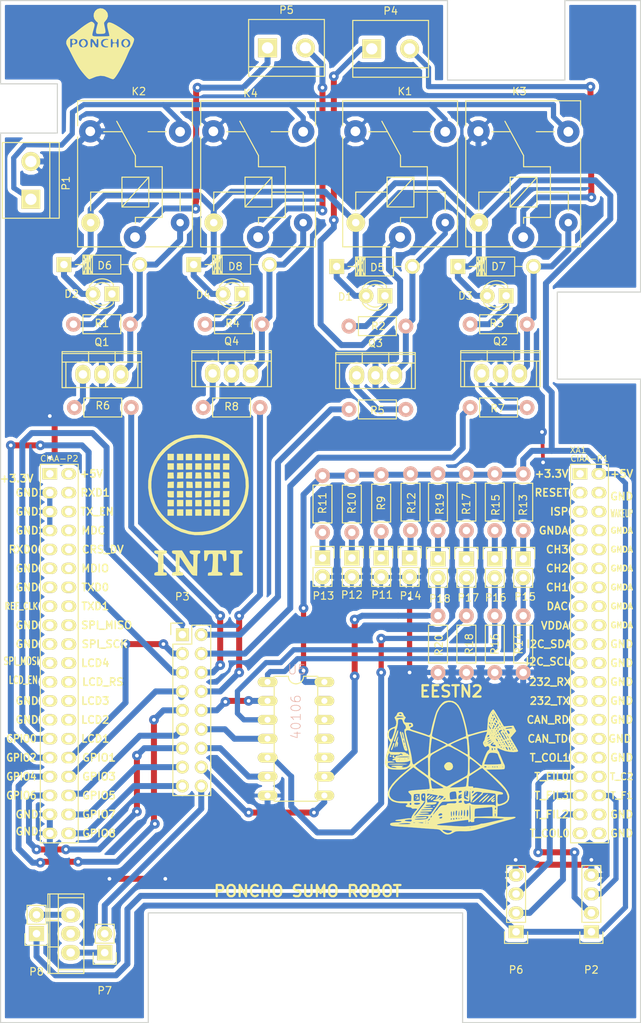
<source format=kicad_pcb>
(kicad_pcb (version 4) (host pcbnew 4.0.3+e1-6302~38~ubuntu14.04.1-stable)
  (layers (0 F.Cu signal hide) (31 B.Cu signal hide) (34 B.Paste user hide) (35 F.Paste user hide) (36 B.SilkS user hide) (37 F.SilkS user) (38 B.Mask user hide) (39 F.Mask user hide) (44 Edge.Cuts user))
  (net 0 "")
  (net 1 "Net-(D1-Pad1)")
  (net 2 "Net-(D2-Pad1)")
  (net 3 "Net-(D3-Pad1)")
  (net 4 "Net-(D4-Pad1)")
  (net 5 "Net-(D5-Pad2)")
  (net 6 +5V)
  (net 7 "Net-(D6-Pad2)")
  (net 8 "Net-(D7-Pad2)")
  (net 9 "Net-(D8-Pad2)")
  (net 10 GND)
  (net 11 "Net-(K1-Pad1)")
  (net 12 "Net-(K2-Pad1)")
  (net 13 "Net-(K3-Pad1)")
  (net 14 "Net-(K4-Pad1)")
  (net 15 "Net-(P3-Pad1)")
  (net 16 "Net-(P3-Pad3)")
  (net 17 "Net-(P3-Pad5)")
  (net 18 "Net-(P3-Pad7)")
  (net 19 "Net-(P3-Pad9)")
  (net 20 /IF/F1)
  (net 21 "Net-(P3-Pad11)")
  (net 22 /IF/F2)
  (net 23 "Net-(P3-Pad13)")
  (net 24 /IF/F3)
  (net 25 "Net-(P3-Pad15)")
  (net 26 /IF/F4)
  (net 27 "Net-(P3-Pad17)")
  (net 28 "Net-(P11-Pad1)")
  (net 29 "Net-(P12-Pad1)")
  (net 30 "Net-(P13-Pad1)")
  (net 31 "Net-(P14-Pad1)")
  (net 32 "Net-(P15-Pad1)")
  (net 33 "Net-(P15-Pad2)")
  (net 34 "Net-(P16-Pad1)")
  (net 35 "Net-(P16-Pad2)")
  (net 36 "Net-(P17-Pad1)")
  (net 37 "Net-(P17-Pad2)")
  (net 38 "Net-(P18-Pad1)")
  (net 39 "Net-(P18-Pad2)")
  (net 40 "Net-(Q1-Pad1)")
  (net 41 "Net-(Q2-Pad1)")
  (net 42 "Net-(Q3-Pad1)")
  (net 43 "Net-(Q4-Pad1)")
  (net 44 "Net-(P2-Pad2)")
  (net 45 "Net-(P2-Pad3)")
  (net 46 "Net-(P3-Pad2)")
  (net 47 "Net-(P3-Pad4)")
  (net 48 "Net-(P3-Pad6)")
  (net 49 "Net-(P3-Pad8)")
  (net 50 "Net-(P3-Pad18)")
  (net 51 "Net-(P6-Pad2)")
  (net 52 "Net-(P6-Pad3)")
  (net 53 +3V3)
  (net 54 "Net-(XA1-Pad4)")
  (net 55 "Net-(XA1-Pad20)")
  (net 56 "Net-(XA1-Pad22)")
  (net 57 "Net-(XA1-Pad31)")
  (net 58 "Net-(XA1-Pad24)")
  (net 59 "Net-(XA1-Pad26)")
  (net 60 "Net-(XA1-Pad28)")
  (net 61 "Net-(XA1-Pad32)")
  (net 62 "Net-(XA1-Pad34)")
  (net 63 "Net-(XA1-Pad38)")
  (net 64 "Net-(XA1-Pad39)")
  (net 65 "Net-(XA1-Pad40)")
  (net 66 "Net-(XA1-Pad30)")
  (net 67 "Net-(XA1-Pad41)")
  (net 68 +5VP)
  (net 69 "Net-(XA1-Pad51)")
  (net 70 "Net-(XA1-Pad53)")
  (net 71 "Net-(XA1-Pad57)")
  (net 72 "Net-(XA1-Pad59)")
  (net 73 "Net-(XA1-Pad65)")
  (net 74 "Net-(XA1-Pad67)")
  (net 75 "Net-(P7-Pad1)")
  (net 76 "Net-(P8-Pad2)")
  (net 77 +12V)
  (net 78 "Net-(Q5-Pad2)")
  (module sumo_robot:Conn_Poncho_SinBorde (layer F.Cu) (at 119.38 92.71)
    (fp_text reference XA1 (at -0.254 -3.175) (layer F.SilkS) (effects (font (size 0.8 0.8) (thickness 0.12))))
    (fp_text value Conn_PonchoMP_2x_20x2 hide)
    (fp_text user GPIO8 (at -64.516 48.26) (layer F.SilkS) (effects (font (thickness 0.2))))
    (fp_text user GPIO7 (at -64.516 45.72) (layer F.SilkS) (effects (font (thickness 0.2))))
    (fp_text user GPIO5 (at -64.516 43.18) (layer F.SilkS) (effects (font (thickness 0.2))))
    (fp_text user GPIO3 (at -64.516 40.64) (layer F.SilkS) (effects (font (thickness 0.2))))
    (fp_text user GPIO1 (at -64.516 38.1) (layer F.SilkS) (effects (font (thickness 0.2))))
    (fp_text user LCD1 (at -65.024 35.56) (layer F.SilkS) (effects (font (thickness 0.2))))
    (fp_text user LCD2 (at -65.024 33.02) (layer F.SilkS) (effects (font (thickness 0.2))))
    (fp_text user LCD3 (at -65.024 30.48) (layer F.SilkS) (effects (font (thickness 0.2))))
    (fp_text user LCD_RS (at -64.008 27.94) (layer F.SilkS) (effects (font (thickness 0.2))))
    (fp_text user LCD4 (at -65.024 25.4) (layer F.SilkS) (effects (font (thickness 0.2))))
    (fp_text user SPI_SCK (at -63.754 22.86) (layer F.SilkS) (effects (font (thickness 0.2))))
    (fp_text user SPI_MISO (at -63.5 20.32) (layer F.SilkS) (effects (font (thickness 0.2))))
    (fp_text user TXD1 (at -65.024 17.78) (layer F.SilkS) (effects (font (thickness 0.2))))
    (fp_text user TXD0 (at -65.024 15.24) (layer F.SilkS) (effects (font (thickness 0.2))))
    (fp_text user MDIO (at -65.024 12.7) (layer F.SilkS) (effects (font (thickness 0.2))))
    (fp_text user CRS_DV (at -64.008 10.16) (layer F.SilkS) (effects (font (thickness 0.2))))
    (fp_text user MDC (at -65.278 7.62) (layer F.SilkS) (effects (font (thickness 0.2))))
    (fp_text user TX_EN (at -64.77 5.08) (layer F.SilkS) (effects (font (thickness 0.2))))
    (fp_text user RXD1 (at -65.024 2.54) (layer F.SilkS) (effects (font (thickness 0.2))))
    (fp_text user +5V (at -65.532 0) (layer F.SilkS) (effects (font (thickness 0.2))))
    (fp_text user GND (at -74.168 48.006) (layer F.SilkS) (effects (font (thickness 0.2))))
    (fp_text user GND (at -74.168 45.72) (layer F.SilkS) (effects (font (thickness 0.2))))
    (fp_text user GPIO6 (at -74.93 43.18) (layer F.SilkS) (effects (font (size 1 0.9) (thickness 0.2))))
    (fp_text user GPIO4 (at -74.93 40.64) (layer F.SilkS) (effects (font (size 1 0.9) (thickness 0.2))))
    (fp_text user GPIO2 (at -74.93 38.1) (layer F.SilkS) (effects (font (size 1 0.9) (thickness 0.2))))
    (fp_text user GPIO0 (at -74.93 35.56) (layer F.SilkS) (effects (font (size 1 0.9) (thickness 0.2))))
    (fp_text user GND (at -74.168 33.02) (layer F.SilkS) (effects (font (thickness 0.2))))
    (fp_text user GND (at -74.168 30.48) (layer F.SilkS) (effects (font (thickness 0.2))))
    (fp_text user LCD_EN (at -74.676 27.686) (layer F.SilkS) (effects (font (size 1 0.7) (thickness 0.17))))
    (fp_text user SPI_MOSI (at -74.93 25.146) (layer F.SilkS) (effects (font (size 1 0.7) (thickness 0.17))))
    (fp_text user GND (at -74.168 22.86) (layer F.SilkS) (effects (font (thickness 0.2))))
    (fp_text user GND (at -74.168 20.32) (layer F.SilkS) (effects (font (thickness 0.2))))
    (fp_text user REF_CLK (at -74.93 17.78) (layer F.SilkS) (effects (font (size 0.9 0.7) (thickness 0.175))))
    (fp_text user GND (at -74.168 15.24) (layer F.SilkS) (effects (font (thickness 0.2))))
    (fp_text user GND (at -74.168 12.7) (layer F.SilkS) (effects (font (thickness 0.2))))
    (fp_text user GND (at -74.168 7.62) (layer F.SilkS) (effects (font (thickness 0.2))))
    (fp_text user RXD0 (at -74.676 10.16) (layer F.SilkS) (effects (font (thickness 0.2))))
    (fp_text user GND (at -74.168 5.08) (layer F.SilkS) (effects (font (thickness 0.2))))
    (fp_text user GND (at -74.168 2.54) (layer F.SilkS) (effects (font (thickness 0.2))))
    (fp_text user +3.3V (at -75.565 0.635) (layer F.SilkS) (effects (font (thickness 0.2))))
    (fp_text user GND (at 5.588 48.26) (layer F.SilkS) (effects (font (thickness 0.2))))
    (fp_text user GND (at 5.588 45.72) (layer F.SilkS) (effects (font (thickness 0.2))))
    (fp_text user T_F1 (at 5.588 43.18) (layer F.SilkS) (effects (font (size 0.9 0.9) (thickness 0.18))))
    (fp_text user T_C2 (at 5.588 40.64) (layer F.SilkS) (effects (font (size 0.9 0.9) (thickness 0.18))))
    (fp_text user GND (at 5.588 38.1) (layer F.SilkS) (effects (font (thickness 0.2))))
    (fp_text user GND (at 5.334 35.56) (layer F.SilkS) (effects (font (thickness 0.2))))
    (fp_text user GND (at 5.588 33.02) (layer F.SilkS) (effects (font (thickness 0.2))))
    (fp_text user GND (at 5.588 30.48) (layer F.SilkS) (effects (font (thickness 0.2))))
    (fp_text user GND (at 5.588 27.94) (layer F.SilkS) (effects (font (thickness 0.2))))
    (fp_text user GND (at 5.588 25.4) (layer F.SilkS) (effects (font (thickness 0.2))))
    (fp_text user GND (at 5.588 22.86) (layer F.SilkS) (effects (font (thickness 0.2))))
    (fp_text user GNDA (at 5.588 20.32) (layer F.SilkS) (effects (font (size 0.76 0.76) (thickness 0.19))))
    (fp_text user GNDA (at 5.588 17.78) (layer F.SilkS) (effects (font (size 0.76 0.76) (thickness 0.19))))
    (fp_text user GNDA (at 5.588 15.24) (layer F.SilkS) (effects (font (size 0.76 0.76) (thickness 0.19))))
    (fp_text user GNDA (at 5.588 12.7) (layer F.SilkS) (effects (font (size 0.76 0.76) (thickness 0.19))))
    (fp_text user GNDA (at 5.588 10.16) (layer F.SilkS) (effects (font (size 0.76 0.76) (thickness 0.19))))
    (fp_text user GNDA (at 5.588 7.62) (layer F.SilkS) (effects (font (size 0.76 0.76) (thickness 0.19))))
    (fp_text user WAKEUP (at 5.588 5.334) (layer F.SilkS) (effects (font (size 1 0.5) (thickness 0.125))))
    (fp_text user GND (at 5.588 3.048) (layer F.SilkS) (effects (font (thickness 0.2))))
    (fp_text user +5V (at 5.588 0) (layer F.SilkS) (effects (font (thickness 0.2))))
    (fp_text user T_COL0 (at -4.064 48.26) (layer F.SilkS) (effects (font (thickness 0.2))))
    (fp_text user T_FIL2 (at -3.81 45.72) (layer F.SilkS) (effects (font (thickness 0.2))))
    (fp_text user T_FIL3 (at -3.81 43.18) (layer F.SilkS) (effects (font (thickness 0.2))))
    (fp_text user T_FIL0 (at -3.81 40.64) (layer F.SilkS) (effects (font (thickness 0.2))))
    (fp_text user T_COL1 (at -4.064 38.1) (layer F.SilkS) (effects (font (thickness 0.2))))
    (fp_text user CAN_TD (at -4.318 35.56) (layer F.SilkS) (effects (font (thickness 0.2))))
    (fp_text user CAN_RD (at -4.318 33.02) (layer F.SilkS) (effects (font (thickness 0.2))))
    (fp_text user 232_TX (at -4.064 30.48) (layer F.SilkS) (effects (font (thickness 0.2))))
    (fp_text user 232_RX (at -4.0005 27.94) (layer F.SilkS) (effects (font (thickness 0.2))))
    (fp_text user I2C_SCL (at -4.318 25.2095) (layer F.SilkS) (effects (font (thickness 0.2))))
    (fp_text user I2C_SDA (at -4.191 22.86) (layer F.SilkS) (effects (font (thickness 0.2))))
    (fp_text user VDDA (at -3.3655 20.3835) (layer F.SilkS) (effects (font (thickness 0.2))))
    (fp_text user DAC (at -3.048 17.78) (layer F.SilkS) (effects (font (thickness 0.2))))
    (fp_text user CH1 (at -3.048 15.24) (layer F.SilkS) (effects (font (thickness 0.2))))
    (fp_text user CH2 (at -3.048 12.7) (layer F.SilkS) (effects (font (thickness 0.2))))
    (fp_text user CH3 (at -3.048 10.16) (layer F.SilkS) (effects (font (thickness 0.2))))
    (fp_text user GNDA (at -3.556 7.62) (layer F.SilkS) (effects (font (thickness 0.2))))
    (fp_text user ISP (at -2.794 5.08) (layer F.SilkS) (effects (font (thickness 0.2))))
    (fp_text user RESET (at -3.81 2.54) (layer F.SilkS) (effects (font (thickness 0.2))))
    (fp_text user CIAA-P2 (at -69.85 -2.032) (layer F.SilkS) (effects (font (size 0.8 0.8) (thickness 0.12))))
    (fp_text user CIAA-P1 (at 1.27 -2.032) (layer F.SilkS) (effects (font (size 0.8 0.8) (thickness 0.12))))
    (fp_text user +3.3V (at -3.81 0) (layer F.SilkS) (effects (font (thickness 0.2))))
    (pad 1 thru_hole rect (at 0 0 270) (size 1.524 2) (drill 1.016) (layers *.Cu *.Mask F.SilkS) (net 53 +3V3))
    (pad 2 thru_hole oval (at 2.54 0 270) (size 1.524 2) (drill 1.016) (layers *.Cu *.Mask F.SilkS) (net 6 +5V))
    (pad 11 thru_hole oval (at 0 12.7 270) (size 1.524 2) (drill 1.016) (layers *.Cu *.Mask F.SilkS))
    (pad 4 thru_hole oval (at 2.54 2.54 270) (size 1.524 2) (drill 1.016) (layers *.Cu *.Mask F.SilkS) (net 54 "Net-(XA1-Pad4)"))
    (pad 13 thru_hole oval (at 0 15.24 270) (size 1.524 2) (drill 1.016) (layers *.Cu *.Mask F.SilkS))
    (pad 6 thru_hole oval (at 2.54 5.08 270) (size 1.524 2) (drill 1.016) (layers *.Cu *.Mask F.SilkS))
    (pad 15 thru_hole oval (at 0 17.78 270) (size 1.524 2) (drill 1.016) (layers *.Cu *.Mask F.SilkS))
    (pad 8 thru_hole oval (at 2.54 7.62 270) (size 1.524 2) (drill 1.016) (layers *.Cu *.Mask F.SilkS))
    (pad 17 thru_hole oval (at 0 20.32 270) (size 1.524 2) (drill 1.016) (layers *.Cu *.Mask F.SilkS))
    (pad 10 thru_hole oval (at 2.54 10.16 270) (size 1.524 2) (drill 1.016) (layers *.Cu *.Mask F.SilkS))
    (pad 19 thru_hole oval (at 0 22.86 270) (size 1.524 2) (drill 1.016) (layers *.Cu *.Mask F.SilkS))
    (pad 12 thru_hole oval (at 2.54 12.7 270) (size 1.524 2) (drill 1.016) (layers *.Cu *.Mask F.SilkS))
    (pad 21 thru_hole oval (at 0 25.4 270) (size 1.524 2) (drill 1.016) (layers *.Cu *.Mask F.SilkS))
    (pad 14 thru_hole oval (at 2.54 15.24 270) (size 1.524 2) (drill 1.016) (layers *.Cu *.Mask F.SilkS))
    (pad 23 thru_hole oval (at 0 27.94 270) (size 1.524 2) (drill 1.016) (layers *.Cu *.Mask F.SilkS))
    (pad 16 thru_hole oval (at 2.54 17.78 270) (size 1.524 2) (drill 1.016) (layers *.Cu *.Mask F.SilkS))
    (pad 25 thru_hole oval (at 0 30.48 270) (size 1.524 2) (drill 1.016) (layers *.Cu *.Mask F.SilkS))
    (pad 18 thru_hole oval (at 2.54 20.32 270) (size 1.524 2) (drill 1.016) (layers *.Cu *.Mask F.SilkS))
    (pad 27 thru_hole oval (at 0 33.02 270) (size 1.524 2) (drill 1.016) (layers *.Cu *.Mask F.SilkS))
    (pad 20 thru_hole oval (at 2.54 22.86 270) (size 1.524 2) (drill 1.016) (layers *.Cu *.Mask F.SilkS) (net 55 "Net-(XA1-Pad20)"))
    (pad 29 thru_hole oval (at 0 35.56 270) (size 1.524 2) (drill 1.016) (layers *.Cu *.Mask F.SilkS))
    (pad 22 thru_hole oval (at 2.54 25.4 270) (size 1.524 2) (drill 1.016) (layers *.Cu *.Mask F.SilkS) (net 56 "Net-(XA1-Pad22)"))
    (pad 31 thru_hole oval (at 0 38.1 270) (size 1.524 2) (drill 1.016) (layers *.Cu *.Mask F.SilkS) (net 57 "Net-(XA1-Pad31)"))
    (pad 24 thru_hole oval (at 2.54 27.94 270) (size 1.524 2) (drill 1.016) (layers *.Cu *.Mask F.SilkS) (net 58 "Net-(XA1-Pad24)"))
    (pad 26 thru_hole oval (at 2.54 30.48 270) (size 1.524 2) (drill 1.016) (layers *.Cu *.Mask F.SilkS) (net 59 "Net-(XA1-Pad26)"))
    (pad 33 thru_hole oval (at 0 40.64 270) (size 1.524 2) (drill 1.016) (layers *.Cu *.Mask F.SilkS) (net 44 "Net-(P2-Pad2)"))
    (pad 28 thru_hole oval (at 2.54 33.02 270) (size 1.524 2) (drill 1.016) (layers *.Cu *.Mask F.SilkS) (net 60 "Net-(XA1-Pad28)"))
    (pad 32 thru_hole oval (at 2.54 38.1 270) (size 1.524 2) (drill 1.016) (layers *.Cu *.Mask F.SilkS) (net 61 "Net-(XA1-Pad32)"))
    (pad 34 thru_hole oval (at 2.54 40.64 270) (size 1.524 2) (drill 1.016) (layers *.Cu *.Mask F.SilkS) (net 62 "Net-(XA1-Pad34)"))
    (pad 36 thru_hole oval (at 2.54 43.18 270) (size 1.524 2) (drill 1.016) (layers *.Cu *.Mask F.SilkS) (net 45 "Net-(P2-Pad3)"))
    (pad 38 thru_hole oval (at 2.54 45.72 270) (size 1.524 2) (drill 1.016) (layers *.Cu *.Mask F.SilkS) (net 63 "Net-(XA1-Pad38)"))
    (pad 35 thru_hole oval (at 0 43.18 270) (size 1.524 2) (drill 1.016) (layers *.Cu *.Mask F.SilkS) (net 52 "Net-(P6-Pad3)"))
    (pad 37 thru_hole oval (at 0 45.72 270) (size 1.524 2) (drill 1.016) (layers *.Cu *.Mask F.SilkS) (net 51 "Net-(P6-Pad2)"))
    (pad 3 thru_hole oval (at 0 2.54 270) (size 1.524 2) (drill 1.016) (layers *.Cu *.Mask F.SilkS))
    (pad 5 thru_hole oval (at 0 5.08 270) (size 1.524 2) (drill 1.016) (layers *.Cu *.Mask F.SilkS))
    (pad 7 thru_hole oval (at 0 7.62 270) (size 1.524 2) (drill 1.016) (layers *.Cu *.Mask F.SilkS))
    (pad 9 thru_hole oval (at 0 10.16 270) (size 1.524 2) (drill 1.016) (layers *.Cu *.Mask F.SilkS))
    (pad 39 thru_hole oval (at 0 48.26 270) (size 1.524 2) (drill 1.016) (layers *.Cu *.Mask F.SilkS) (net 64 "Net-(XA1-Pad39)"))
    (pad 40 thru_hole oval (at 2.54 48.26 270) (size 1.524 2) (drill 1.016) (layers *.Cu *.Mask F.SilkS) (net 65 "Net-(XA1-Pad40)"))
    (pad 30 thru_hole oval (at 2.54 35.56 270) (size 1.524 2) (drill 1.016) (layers *.Cu *.Mask F.SilkS) (net 66 "Net-(XA1-Pad30)"))
    (pad 41 thru_hole rect (at -71.12 0 270) (size 1.524 2) (drill 1.016) (layers *.Cu *.Mask F.SilkS) (net 67 "Net-(XA1-Pad41)"))
    (pad 42 thru_hole oval (at -68.58 0 270) (size 1.524 2) (drill 1.016) (layers *.Cu *.Mask F.SilkS) (net 68 +5VP))
    (pad 43 thru_hole oval (at -71.12 2.54 270) (size 1.524 2) (drill 1.016) (layers *.Cu *.Mask F.SilkS) (net 10 GND))
    (pad 44 thru_hole oval (at -68.58 2.54 270) (size 1.524 2) (drill 1.016) (layers *.Cu *.Mask F.SilkS))
    (pad 45 thru_hole oval (at -71.12 5.08 270) (size 1.524 2) (drill 1.016) (layers *.Cu *.Mask F.SilkS) (net 10 GND))
    (pad 46 thru_hole oval (at -68.58 5.08 270) (size 1.524 2) (drill 1.016) (layers *.Cu *.Mask F.SilkS))
    (pad 47 thru_hole oval (at -71.12 7.62 270) (size 1.524 2) (drill 1.016) (layers *.Cu *.Mask F.SilkS) (net 10 GND))
    (pad 48 thru_hole oval (at -68.58 7.62 270) (size 1.524 2) (drill 1.016) (layers *.Cu *.Mask F.SilkS))
    (pad 49 thru_hole oval (at -71.12 10.16 270) (size 1.524 2) (drill 1.016) (layers *.Cu *.Mask F.SilkS))
    (pad 50 thru_hole oval (at -68.58 10.16 270) (size 1.524 2) (drill 1.016) (layers *.Cu *.Mask F.SilkS))
    (pad 51 thru_hole oval (at -71.12 12.7 270) (size 1.524 2) (drill 1.016) (layers *.Cu *.Mask F.SilkS) (net 69 "Net-(XA1-Pad51)"))
    (pad 52 thru_hole oval (at -68.58 12.7 270) (size 1.524 2) (drill 1.016) (layers *.Cu *.Mask F.SilkS))
    (pad 53 thru_hole oval (at -71.12 15.24 270) (size 1.524 2) (drill 1.016) (layers *.Cu *.Mask F.SilkS) (net 70 "Net-(XA1-Pad53)"))
    (pad 54 thru_hole oval (at -68.58 15.24 270) (size 1.524 2) (drill 1.016) (layers *.Cu *.Mask F.SilkS))
    (pad 55 thru_hole oval (at -71.12 17.78 270) (size 1.524 2) (drill 1.016) (layers *.Cu *.Mask F.SilkS))
    (pad 56 thru_hole oval (at -68.58 17.78 270) (size 1.524 2) (drill 1.016) (layers *.Cu *.Mask F.SilkS))
    (pad 57 thru_hole oval (at -71.12 20.32 270) (size 1.524 2) (drill 1.016) (layers *.Cu *.Mask F.SilkS) (net 71 "Net-(XA1-Pad57)"))
    (pad 58 thru_hole oval (at -68.58 20.32 270) (size 1.524 2) (drill 1.016) (layers *.Cu *.Mask F.SilkS))
    (pad 59 thru_hole oval (at -71.12 22.86 270) (size 1.524 2) (drill 1.016) (layers *.Cu *.Mask F.SilkS) (net 72 "Net-(XA1-Pad59)"))
    (pad 60 thru_hole oval (at -68.58 22.86 270) (size 1.524 2) (drill 1.016) (layers *.Cu *.Mask F.SilkS))
    (pad 61 thru_hole oval (at -71.12 25.4 270) (size 1.524 2) (drill 1.016) (layers *.Cu *.Mask F.SilkS))
    (pad 62 thru_hole oval (at -68.58 25.4 270) (size 1.524 2) (drill 1.016) (layers *.Cu *.Mask F.SilkS))
    (pad 63 thru_hole oval (at -71.12 27.94 270) (size 1.524 2) (drill 1.016) (layers *.Cu *.Mask F.SilkS))
    (pad 64 thru_hole oval (at -68.58 27.94 270) (size 1.524 2) (drill 1.016) (layers *.Cu *.Mask F.SilkS))
    (pad 65 thru_hole oval (at -71.12 30.48 270) (size 1.524 2) (drill 1.016) (layers *.Cu *.Mask F.SilkS) (net 73 "Net-(XA1-Pad65)"))
    (pad 66 thru_hole oval (at -68.58 30.48 270) (size 1.524 2) (drill 1.016) (layers *.Cu *.Mask F.SilkS))
    (pad 67 thru_hole oval (at -71.12 33.02 270) (size 1.524 2) (drill 1.016) (layers *.Cu *.Mask F.SilkS) (net 74 "Net-(XA1-Pad67)"))
    (pad 68 thru_hole oval (at -68.58 33.02 270) (size 1.524 2) (drill 1.016) (layers *.Cu *.Mask F.SilkS))
    (pad 69 thru_hole oval (at -71.12 35.56 270) (size 1.524 2) (drill 1.016) (layers *.Cu *.Mask F.SilkS) (net 15 "Net-(P3-Pad1)"))
    (pad 70 thru_hole oval (at -68.58 35.56 270) (size 1.524 2) (drill 1.016) (layers *.Cu *.Mask F.SilkS))
    (pad 71 thru_hole oval (at -71.12 38.1 270) (size 1.524 2) (drill 1.016) (layers *.Cu *.Mask F.SilkS) (net 17 "Net-(P3-Pad5)"))
    (pad 72 thru_hole oval (at -68.58 38.1 270) (size 1.524 2) (drill 1.016) (layers *.Cu *.Mask F.SilkS) (net 16 "Net-(P3-Pad3)"))
    (pad 73 thru_hole oval (at -71.12 40.64 270) (size 1.524 2) (drill 1.016) (layers *.Cu *.Mask F.SilkS) (net 19 "Net-(P3-Pad9)"))
    (pad 74 thru_hole oval (at -68.58 40.64 270) (size 1.524 2) (drill 1.016) (layers *.Cu *.Mask F.SilkS) (net 18 "Net-(P3-Pad7)"))
    (pad 75 thru_hole oval (at -71.12 43.18 270) (size 1.524 2) (drill 1.016) (layers *.Cu *.Mask F.SilkS) (net 23 "Net-(P3-Pad13)"))
    (pad 76 thru_hole oval (at -68.58 43.18 270) (size 1.524 2) (drill 1.016) (layers *.Cu *.Mask F.SilkS) (net 21 "Net-(P3-Pad11)"))
    (pad 77 thru_hole oval (at -71.12 45.72 270) (size 1.524 2) (drill 1.016) (layers *.Cu *.Mask F.SilkS) (net 10 GND))
    (pad 78 thru_hole oval (at -68.58 45.72 270) (size 1.524 2) (drill 1.016) (layers *.Cu *.Mask F.SilkS) (net 25 "Net-(P3-Pad15)"))
    (pad 79 thru_hole oval (at -71.12 48.26 270) (size 1.524 2) (drill 1.016) (layers *.Cu *.Mask F.SilkS) (net 10 GND))
    (pad 80 thru_hole oval (at -68.58 48.26 270) (size 1.524 2) (drill 1.016) (layers *.Cu *.Mask F.SilkS) (net 27 "Net-(P3-Pad17)"))
  )
  (module sumo_robot:Resistor_Horizontal_RM7mm (layer F.Cu) (at 107.95 111.76 270)
    (fp_text reference R16 (at 3.81 0 270) (layer F.SilkS))
    (fp_text value 10K)
    (pad 1 thru_hole circle (at 0 0 270) (size 1.99898 1.99898) (drill 1.00076) (layers *.Cu *.SilkS *.Mask) (net 35 "Net-(P16-Pad2)"))
    (pad 2 thru_hole circle (at 7.62 0 270) (size 1.99898 1.99898) (drill 1.00076) (layers *.Cu *.SilkS *.Mask) (net 10 GND))
  )
  (module sumo_robot:Relay_SANYOU_SRD_Series_Form_C (layer F.Cu) (at 111.76 60.96 90)
    (fp_text reference K3 (at 19.558 -0.508 180) (layer F.SilkS))
    (fp_text value RELAY_C)
    (pad 2 thru_hole circle (at 1.95 6.05 180) (size 2.5 2.5) (drill 1) (layers *.Cu *.Mask) (net 8 "Net-(D7-Pad2)"))
    (pad 3 thru_hole circle (at 14.15 6.05 180) (size 3 3) (drill 1.3) (layers *.Cu *.Mask) (net 77 +12V))
    (pad 4 thru_hole circle (at 14.2 -6 180) (size 3 3) (drill 1.3) (layers *.Cu *.Mask) (net 10 GND))
    (pad 5 thru_hole circle (at 1.95 -5.95 180) (size 2.5 2.5) (drill 1) (layers *.Cu *.Mask F.SilkS) (net 6 +5V))
    (pad 1 thru_hole circle (at 0 0 180) (size 3 3) (drill 1.3) (layers *.Cu *.Mask) (net 13 "Net-(K3-Pad1)"))
  )
  (module sumo_robot:Diode_DO-41_SOD81_Horizontal_RM10 (layer F.Cu) (at 86.741 64.897)
    (fp_text reference D5 (at 5.461 0.127) (layer F.SilkS))
    (fp_text value DIODE)
    (pad 2 thru_hole circle (at 10.16 -0.00254 180) (size 1.99898 1.99898) (drill 1.27) (layers *.Cu *.Mask F.SilkS) (net 5 "Net-(D5-Pad2)"))
    (pad 1 thru_hole rect (at 0 -0.00254 180) (size 1.99898 1.99898) (drill 1.00076) (layers *.Cu *.Mask F.SilkS) (net 6 +5V))
  )
  (module sumo_robot:Diode_DO-41_SOD81_Horizontal_RM10 (layer F.Cu) (at 50.165 64.643)
    (fp_text reference D6 (at 5.461 0.127) (layer F.SilkS))
    (fp_text value DIODE)
    (pad 2 thru_hole circle (at 10.16 -0.00254 180) (size 1.99898 1.99898) (drill 1.27) (layers *.Cu *.Mask F.SilkS) (net 7 "Net-(D6-Pad2)"))
    (pad 1 thru_hole rect (at 0 -0.00254 180) (size 1.99898 1.99898) (drill 1.00076) (layers *.Cu *.Mask F.SilkS) (net 6 +5V))
  )
  (module sumo_robot:Diode_DO-41_SOD81_Horizontal_RM10 (layer F.Cu) (at 102.997 64.897)
    (fp_text reference D7 (at 5.461 0) (layer F.SilkS))
    (fp_text value DIODE)
    (pad 2 thru_hole circle (at 10.16 -0.00254 180) (size 1.99898 1.99898) (drill 1.27) (layers *.Cu *.Mask F.SilkS) (net 8 "Net-(D7-Pad2)"))
    (pad 1 thru_hole rect (at 0 -0.00254 180) (size 1.99898 1.99898) (drill 1.00076) (layers *.Cu *.Mask F.SilkS) (net 6 +5V))
  )
  (module sumo_robot:Diode_DO-41_SOD81_Horizontal_RM10 (layer F.Cu) (at 67.564 64.643)
    (fp_text reference D8 (at 5.588 0.254) (layer F.SilkS))
    (fp_text value DIODE)
    (pad 2 thru_hole circle (at 10.16 -0.00254 180) (size 1.99898 1.99898) (drill 1.27) (layers *.Cu *.Mask F.SilkS) (net 9 "Net-(D8-Pad2)"))
    (pad 1 thru_hole rect (at 0 -0.00254 180) (size 1.99898 1.99898) (drill 1.00076) (layers *.Cu *.Mask F.SilkS) (net 6 +5V))
  )
  (module sumo_robot:Relay_SANYOU_SRD_Series_Form_C (layer F.Cu) (at 95.25 60.96 90)
    (fp_text reference K1 (at 19.558 0.635 180) (layer F.SilkS))
    (fp_text value RELAY_C)
    (pad 2 thru_hole circle (at 1.95 6.05 180) (size 2.5 2.5) (drill 1) (layers *.Cu *.Mask) (net 5 "Net-(D5-Pad2)"))
    (pad 3 thru_hole circle (at 14.15 6.05 180) (size 3 3) (drill 1.3) (layers *.Cu *.Mask) (net 77 +12V))
    (pad 4 thru_hole circle (at 14.2 -6 180) (size 3 3) (drill 1.3) (layers *.Cu *.Mask) (net 10 GND))
    (pad 5 thru_hole circle (at 1.95 -5.95 180) (size 2.5 2.5) (drill 1) (layers *.Cu *.Mask F.SilkS) (net 6 +5V))
    (pad 1 thru_hole circle (at 0 0 180) (size 3 3) (drill 1.3) (layers *.Cu *.Mask) (net 11 "Net-(K1-Pad1)"))
  )
  (module sumo_robot:Relay_SANYOU_SRD_Series_Form_C (layer F.Cu) (at 59.69 60.96 90)
    (fp_text reference K2 (at 19.558 0.508 180) (layer F.SilkS))
    (fp_text value RELAY_C)
    (pad 2 thru_hole circle (at 1.95 6.05 180) (size 2.5 2.5) (drill 1) (layers *.Cu *.Mask) (net 7 "Net-(D6-Pad2)"))
    (pad 3 thru_hole circle (at 14.15 6.05 180) (size 3 3) (drill 1.3) (layers *.Cu *.Mask) (net 77 +12V))
    (pad 4 thru_hole circle (at 14.2 -6 180) (size 3 3) (drill 1.3) (layers *.Cu *.Mask) (net 10 GND))
    (pad 5 thru_hole circle (at 1.95 -5.95 180) (size 2.5 2.5) (drill 1) (layers *.Cu *.Mask F.SilkS) (net 6 +5V))
    (pad 1 thru_hole circle (at 0 0 180) (size 3 3) (drill 1.3) (layers *.Cu *.Mask) (net 12 "Net-(K2-Pad1)"))
  )
  (module sumo_robot:Relay_SANYOU_SRD_Series_Form_C (layer F.Cu) (at 76.2 60.96 90)
    (fp_text reference K4 (at 19.304 -1.016 180) (layer F.SilkS))
    (fp_text value RELAY_C)
    (pad 2 thru_hole circle (at 1.95 6.05 180) (size 2.5 2.5) (drill 1) (layers *.Cu *.Mask) (net 9 "Net-(D8-Pad2)"))
    (pad 3 thru_hole circle (at 14.15 6.05 180) (size 3 3) (drill 1.3) (layers *.Cu *.Mask) (net 77 +12V))
    (pad 4 thru_hole circle (at 14.2 -6 180) (size 3 3) (drill 1.3) (layers *.Cu *.Mask) (net 10 GND))
    (pad 5 thru_hole circle (at 1.95 -5.95 180) (size 2.5 2.5) (drill 1) (layers *.Cu *.Mask F.SilkS) (net 6 +5V))
    (pad 1 thru_hole circle (at 0 0 180) (size 3 3) (drill 1.3) (layers *.Cu *.Mask) (net 14 "Net-(K4-Pad1)"))
  )
  (module sumo_robot:bornier2 (layer F.Cu) (at 45.72 53.34 90)
    (fp_text reference P1 (at -0.381 4.699 90) (layer F.SilkS))
    (fp_text value CONN_01X02)
    (pad 1 thru_hole rect (at -2.54 0 90) (size 2.54 2.54) (drill 1.524) (layers *.Cu *.Mask F.SilkS) (net 77 +12V))
    (pad 2 thru_hole circle (at 2.54 0 90) (size 2.54 2.54) (drill 1.524) (layers *.Cu *.Mask F.SilkS) (net 10 GND))
  )
  (module sumo_robot:Pin_Header_Straight_1x04 (layer F.Cu) (at 120.904 154.178 180)
    (fp_text reference P2 (at 0 -5.1 180) (layer F.SilkS))
    (fp_text value CONN_01X04)
    (pad 1 thru_hole rect (at 0 0 180) (size 2.032 1.7272) (drill 1.016) (layers *.Cu *.Mask F.SilkS) (net 6 +5V))
    (pad 2 thru_hole oval (at 0 2.54 180) (size 2.032 1.7272) (drill 1.016) (layers *.Cu *.Mask F.SilkS) (net 44 "Net-(P2-Pad2)"))
    (pad 3 thru_hole oval (at 0 5.08 180) (size 2.032 1.7272) (drill 1.016) (layers *.Cu *.Mask F.SilkS) (net 45 "Net-(P2-Pad3)"))
    (pad 4 thru_hole oval (at 0 7.62 180) (size 2.032 1.7272) (drill 1.016) (layers *.Cu *.Mask F.SilkS) (net 10 GND))
  )
  (module sumo_robot:Pin_Header_Straight_2x09 (layer F.Cu) (at 66.04 114.3)
    (fp_text reference P3 (at 0 -5.1) (layer F.SilkS))
    (fp_text value CONN_02X09)
    (pad 1 thru_hole rect (at 0 0) (size 1.7272 1.7272) (drill 1.016) (layers *.Cu *.Mask F.SilkS) (net 15 "Net-(P3-Pad1)"))
    (pad 2 thru_hole oval (at 2.54 0) (size 1.7272 1.7272) (drill 1.016) (layers *.Cu *.Mask F.SilkS) (net 46 "Net-(P3-Pad2)"))
    (pad 3 thru_hole oval (at 0 2.54) (size 1.7272 1.7272) (drill 1.016) (layers *.Cu *.Mask F.SilkS) (net 16 "Net-(P3-Pad3)"))
    (pad 4 thru_hole oval (at 2.54 2.54) (size 1.7272 1.7272) (drill 1.016) (layers *.Cu *.Mask F.SilkS) (net 47 "Net-(P3-Pad4)"))
    (pad 5 thru_hole oval (at 0 5.08) (size 1.7272 1.7272) (drill 1.016) (layers *.Cu *.Mask F.SilkS) (net 17 "Net-(P3-Pad5)"))
    (pad 6 thru_hole oval (at 2.54 5.08) (size 1.7272 1.7272) (drill 1.016) (layers *.Cu *.Mask F.SilkS) (net 48 "Net-(P3-Pad6)"))
    (pad 7 thru_hole oval (at 0 7.62) (size 1.7272 1.7272) (drill 1.016) (layers *.Cu *.Mask F.SilkS) (net 18 "Net-(P3-Pad7)"))
    (pad 8 thru_hole oval (at 2.54 7.62) (size 1.7272 1.7272) (drill 1.016) (layers *.Cu *.Mask F.SilkS) (net 49 "Net-(P3-Pad8)"))
    (pad 9 thru_hole oval (at 0 10.16) (size 1.7272 1.7272) (drill 1.016) (layers *.Cu *.Mask F.SilkS) (net 19 "Net-(P3-Pad9)"))
    (pad 10 thru_hole oval (at 2.54 10.16) (size 1.7272 1.7272) (drill 1.016) (layers *.Cu *.Mask F.SilkS) (net 20 /IF/F1))
    (pad 11 thru_hole oval (at 0 12.7) (size 1.7272 1.7272) (drill 1.016) (layers *.Cu *.Mask F.SilkS) (net 21 "Net-(P3-Pad11)"))
    (pad 12 thru_hole oval (at 2.54 12.7) (size 1.7272 1.7272) (drill 1.016) (layers *.Cu *.Mask F.SilkS) (net 22 /IF/F2))
    (pad 13 thru_hole oval (at 0 15.24) (size 1.7272 1.7272) (drill 1.016) (layers *.Cu *.Mask F.SilkS) (net 23 "Net-(P3-Pad13)"))
    (pad 14 thru_hole oval (at 2.54 15.24) (size 1.7272 1.7272) (drill 1.016) (layers *.Cu *.Mask F.SilkS) (net 24 /IF/F3))
    (pad 15 thru_hole oval (at 0 17.78) (size 1.7272 1.7272) (drill 1.016) (layers *.Cu *.Mask F.SilkS) (net 25 "Net-(P3-Pad15)"))
    (pad 16 thru_hole oval (at 2.54 17.78) (size 1.7272 1.7272) (drill 1.016) (layers *.Cu *.Mask F.SilkS) (net 26 /IF/F4))
    (pad 17 thru_hole oval (at 0 20.32) (size 1.7272 1.7272) (drill 1.016) (layers *.Cu *.Mask F.SilkS) (net 27 "Net-(P3-Pad17)"))
    (pad 18 thru_hole oval (at 2.54 20.32) (size 1.7272 1.7272) (drill 1.016) (layers *.Cu *.Mask F.SilkS) (net 50 "Net-(P3-Pad18)"))
  )
  (module sumo_robot:bornier2 (layer F.Cu) (at 93.98 35.687)
    (fp_text reference P4 (at 0 -5.08) (layer F.SilkS))
    (fp_text value CONN_01X02)
    (pad 1 thru_hole rect (at -2.54 0) (size 2.54 2.54) (drill 1.524) (layers *.Cu *.Mask F.SilkS) (net 11 "Net-(K1-Pad1)"))
    (pad 2 thru_hole circle (at 2.54 0) (size 2.54 2.54) (drill 1.524) (layers *.Cu *.Mask F.SilkS) (net 13 "Net-(K3-Pad1)"))
  )
  (module sumo_robot:bornier2 (layer F.Cu) (at 80.01 35.56)
    (fp_text reference P5 (at 0 -5.08) (layer F.SilkS))
    (fp_text value CONN_01X02)
    (pad 1 thru_hole rect (at -2.54 0) (size 2.54 2.54) (drill 1.524) (layers *.Cu *.Mask F.SilkS) (net 12 "Net-(K2-Pad1)"))
    (pad 2 thru_hole circle (at 2.54 0) (size 2.54 2.54) (drill 1.524) (layers *.Cu *.Mask F.SilkS) (net 14 "Net-(K4-Pad1)"))
  )
  (module sumo_robot:Pin_Header_Straight_1x04 (layer F.Cu) (at 110.8075 154.178 180)
    (fp_text reference P6 (at 0 -5.1 180) (layer F.SilkS))
    (fp_text value CONN_01X04)
    (pad 1 thru_hole rect (at 0 0 180) (size 2.032 1.7272) (drill 1.016) (layers *.Cu *.Mask F.SilkS) (net 6 +5V))
    (pad 2 thru_hole oval (at 0 2.54 180) (size 2.032 1.7272) (drill 1.016) (layers *.Cu *.Mask F.SilkS) (net 51 "Net-(P6-Pad2)"))
    (pad 3 thru_hole oval (at 0 5.08 180) (size 2.032 1.7272) (drill 1.016) (layers *.Cu *.Mask F.SilkS) (net 52 "Net-(P6-Pad3)"))
    (pad 4 thru_hole oval (at 0 7.62 180) (size 2.032 1.7272) (drill 1.016) (layers *.Cu *.Mask F.SilkS) (net 10 GND))
  )
  (module sumo_robot:Pin_Header_Straight_1x02 (layer F.Cu) (at 92.71 104.013)
    (fp_text reference P11 (at 0.127 4.953) (layer F.SilkS))
    (fp_text value CONN_01X02)
    (pad 1 thru_hole rect (at 0 0) (size 2.032 2.032) (drill 1.016) (layers *.Cu *.Mask F.SilkS) (net 28 "Net-(P11-Pad1)"))
    (pad 2 thru_hole oval (at 0 2.54) (size 2.032 2.032) (drill 1.016) (layers *.Cu *.Mask F.SilkS) (net 10 GND))
  )
  (module sumo_robot:Pin_Header_Straight_1x02 (layer F.Cu) (at 88.773 104.013)
    (fp_text reference P12 (at 0 4.953) (layer F.SilkS))
    (fp_text value CONN_01X02)
    (pad 1 thru_hole rect (at 0 0) (size 2.032 2.032) (drill 1.016) (layers *.Cu *.Mask F.SilkS) (net 29 "Net-(P12-Pad1)"))
    (pad 2 thru_hole oval (at 0 2.54) (size 2.032 2.032) (drill 1.016) (layers *.Cu *.Mask F.SilkS) (net 10 GND))
  )
  (module sumo_robot:Pin_Header_Straight_1x02 (layer F.Cu) (at 84.836 104.013)
    (fp_text reference P13 (at 0.127 5.08) (layer F.SilkS))
    (fp_text value CONN_01X02)
    (pad 1 thru_hole rect (at 0 0) (size 2.032 2.032) (drill 1.016) (layers *.Cu *.Mask F.SilkS) (net 30 "Net-(P13-Pad1)"))
    (pad 2 thru_hole oval (at 0 2.54) (size 2.032 2.032) (drill 1.016) (layers *.Cu *.Mask F.SilkS) (net 10 GND))
  )
  (module sumo_robot:Pin_Header_Straight_1x02 (layer F.Cu) (at 96.52 104.013)
    (fp_text reference P14 (at 0.127 5.08) (layer F.SilkS))
    (fp_text value CONN_01X02)
    (pad 1 thru_hole rect (at 0 0) (size 2.032 2.032) (drill 1.016) (layers *.Cu *.Mask F.SilkS) (net 31 "Net-(P14-Pad1)"))
    (pad 2 thru_hole oval (at 0 2.54) (size 2.032 2.032) (drill 1.016) (layers *.Cu *.Mask F.SilkS) (net 10 GND))
  )
  (module sumo_robot:Pin_Header_Straight_1x02 (layer F.Cu) (at 111.76 104.14)
    (fp_text reference P15 (at 0.254 5.08 180) (layer F.SilkS))
    (fp_text value CONN_01X02)
    (pad 1 thru_hole rect (at 0 0) (size 2.032 2.032) (drill 1.016) (layers *.Cu *.Mask F.SilkS) (net 32 "Net-(P15-Pad1)"))
    (pad 2 thru_hole oval (at 0 2.54) (size 2.032 2.032) (drill 1.016) (layers *.Cu *.Mask F.SilkS) (net 33 "Net-(P15-Pad2)"))
  )
  (module sumo_robot:Pin_Header_Straight_1x02 (layer F.Cu) (at 107.95 104.14)
    (fp_text reference P16 (at 0.127 5.207) (layer F.SilkS))
    (fp_text value CONN_01X02)
    (pad 1 thru_hole rect (at 0 0) (size 2.032 2.032) (drill 1.016) (layers *.Cu *.Mask F.SilkS) (net 34 "Net-(P16-Pad1)"))
    (pad 2 thru_hole oval (at 0 2.54) (size 2.032 2.032) (drill 1.016) (layers *.Cu *.Mask F.SilkS) (net 35 "Net-(P16-Pad2)"))
  )
  (module sumo_robot:Pin_Header_Straight_1x02 (layer F.Cu) (at 104.14 104.14)
    (fp_text reference P17 (at 0.254 5.207) (layer F.SilkS))
    (fp_text value CONN_01X02)
    (pad 1 thru_hole rect (at 0 0) (size 2.032 2.032) (drill 1.016) (layers *.Cu *.Mask F.SilkS) (net 36 "Net-(P17-Pad1)"))
    (pad 2 thru_hole oval (at 0 2.54) (size 2.032 2.032) (drill 1.016) (layers *.Cu *.Mask F.SilkS) (net 37 "Net-(P17-Pad2)"))
  )
  (module sumo_robot:Pin_Header_Straight_1x02 (layer F.Cu) (at 100.33 104.14)
    (fp_text reference P18 (at 0.254 5.334) (layer F.SilkS))
    (fp_text value CONN_01X02)
    (pad 1 thru_hole rect (at 0 0) (size 2.032 2.032) (drill 1.016) (layers *.Cu *.Mask F.SilkS) (net 38 "Net-(P18-Pad1)"))
    (pad 2 thru_hole oval (at 0 2.54) (size 2.032 2.032) (drill 1.016) (layers *.Cu *.Mask F.SilkS) (net 39 "Net-(P18-Pad2)"))
  )
  (module sumo_robot:Resistor_Horizontal_RM7mm (layer F.Cu) (at 96.012 84.074 180)
    (fp_text reference R5 (at 3.81 -0.127 180) (layer F.SilkS))
    (fp_text value 510)
    (pad 1 thru_hole circle (at 0 0 180) (size 1.99898 1.99898) (drill 1.00076) (layers *.Cu *.SilkS *.Mask) (net 42 "Net-(Q3-Pad1)"))
    (pad 2 thru_hole circle (at 7.62 0 180) (size 1.99898 1.99898) (drill 1.00076) (layers *.Cu *.SilkS *.Mask) (net 46 "Net-(P3-Pad2)"))
  )
  (module sumo_robot:Resistor_Horizontal_RM7mm (layer F.Cu) (at 51.562 83.82)
    (fp_text reference R6 (at 3.81 -0.254) (layer F.SilkS))
    (fp_text value 510)
    (pad 1 thru_hole circle (at 0 0) (size 1.99898 1.99898) (drill 1.00076) (layers *.Cu *.SilkS *.Mask) (net 40 "Net-(Q1-Pad1)"))
    (pad 2 thru_hole circle (at 7.62 0) (size 1.99898 1.99898) (drill 1.00076) (layers *.Cu *.SilkS *.Mask) (net 48 "Net-(P3-Pad6)"))
  )
  (module sumo_robot:Resistor_Horizontal_RM7mm (layer F.Cu) (at 112.268 83.82 180)
    (fp_text reference R7 (at 3.937 -0.127 180) (layer F.SilkS))
    (fp_text value 510)
    (pad 1 thru_hole circle (at 0 0 180) (size 1.99898 1.99898) (drill 1.00076) (layers *.Cu *.SilkS *.Mask) (net 41 "Net-(Q2-Pad1)"))
    (pad 2 thru_hole circle (at 7.62 0 180) (size 1.99898 1.99898) (drill 1.00076) (layers *.Cu *.SilkS *.Mask) (net 47 "Net-(P3-Pad4)"))
  )
  (module sumo_robot:Resistor_Horizontal_RM7mm (layer F.Cu) (at 68.834 83.82)
    (fp_text reference R8 (at 3.81 -0.127) (layer F.SilkS))
    (fp_text value 510)
    (pad 1 thru_hole circle (at 0 0) (size 1.99898 1.99898) (drill 1.00076) (layers *.Cu *.SilkS *.Mask) (net 43 "Net-(Q4-Pad1)"))
    (pad 2 thru_hole circle (at 7.62 0) (size 1.99898 1.99898) (drill 1.00076) (layers *.Cu *.SilkS *.Mask) (net 49 "Net-(P3-Pad8)"))
  )
  (module sumo_robot:Resistor_Horizontal_RM7mm (layer F.Cu) (at 92.71 92.837 270)
    (fp_text reference R9 (at 3.81 0 270) (layer F.SilkS))
    (fp_text value 180)
    (pad 1 thru_hole circle (at 0 0 270) (size 1.99898 1.99898) (drill 1.00076) (layers *.Cu *.SilkS *.Mask) (net 6 +5V))
    (pad 2 thru_hole circle (at 7.62 0 270) (size 1.99898 1.99898) (drill 1.00076) (layers *.Cu *.SilkS *.Mask) (net 28 "Net-(P11-Pad1)"))
  )
  (module sumo_robot:Resistor_Horizontal_RM7mm (layer F.Cu) (at 88.773 92.964 270)
    (fp_text reference R10 (at 3.683 0 270) (layer F.SilkS))
    (fp_text value 180)
    (pad 1 thru_hole circle (at 0 0 270) (size 1.99898 1.99898) (drill 1.00076) (layers *.Cu *.SilkS *.Mask) (net 6 +5V))
    (pad 2 thru_hole circle (at 7.62 0 270) (size 1.99898 1.99898) (drill 1.00076) (layers *.Cu *.SilkS *.Mask) (net 29 "Net-(P12-Pad1)"))
  )
  (module sumo_robot:Resistor_Horizontal_RM7mm (layer F.Cu) (at 84.836 92.964 270)
    (fp_text reference R11 (at 3.683 0 270) (layer F.SilkS))
    (fp_text value 180)
    (pad 1 thru_hole circle (at 0 0 270) (size 1.99898 1.99898) (drill 1.00076) (layers *.Cu *.SilkS *.Mask) (net 6 +5V))
    (pad 2 thru_hole circle (at 7.62 0 270) (size 1.99898 1.99898) (drill 1.00076) (layers *.Cu *.SilkS *.Mask) (net 30 "Net-(P13-Pad1)"))
  )
  (module sumo_robot:Resistor_Horizontal_RM7mm (layer F.Cu) (at 96.647 92.71 270)
    (fp_text reference R12 (at 3.937 -0.127 270) (layer F.SilkS))
    (fp_text value 180)
    (pad 1 thru_hole circle (at 0 0 270) (size 1.99898 1.99898) (drill 1.00076) (layers *.Cu *.SilkS *.Mask) (net 6 +5V))
    (pad 2 thru_hole circle (at 7.62 0 270) (size 1.99898 1.99898) (drill 1.00076) (layers *.Cu *.SilkS *.Mask) (net 31 "Net-(P14-Pad1)"))
  )
  (module sumo_robot:Resistor_Horizontal_RM7mm (layer F.Cu) (at 111.76 92.71 270)
    (fp_text reference R13 (at 4.191 0 270) (layer F.SilkS))
    (fp_text value 220)
    (pad 1 thru_hole circle (at 0 0 270) (size 1.99898 1.99898) (drill 1.00076) (layers *.Cu *.SilkS *.Mask) (net 6 +5V))
    (pad 2 thru_hole circle (at 7.62 0 270) (size 1.99898 1.99898) (drill 1.00076) (layers *.Cu *.SilkS *.Mask) (net 32 "Net-(P15-Pad1)"))
  )
  (module sumo_robot:Resistor_Horizontal_RM7mm (layer F.Cu) (at 111.76 111.76 270)
    (fp_text reference R14 (at 3.7465 0.5715 270) (layer F.SilkS))
    (fp_text value 10K)
    (pad 1 thru_hole circle (at 0 0 270) (size 1.99898 1.99898) (drill 1.00076) (layers *.Cu *.SilkS *.Mask) (net 33 "Net-(P15-Pad2)"))
    (pad 2 thru_hole circle (at 7.62 0 270) (size 1.99898 1.99898) (drill 1.00076) (layers *.Cu *.SilkS *.Mask) (net 10 GND))
  )
  (module sumo_robot:Resistor_Horizontal_RM7mm (layer F.Cu) (at 107.95 92.71 270)
    (fp_text reference R15 (at 4.191 -0.127 270) (layer F.SilkS))
    (fp_text value 220)
    (pad 1 thru_hole circle (at 0 0 270) (size 1.99898 1.99898) (drill 1.00076) (layers *.Cu *.SilkS *.Mask) (net 6 +5V))
    (pad 2 thru_hole circle (at 7.62 0 270) (size 1.99898 1.99898) (drill 1.00076) (layers *.Cu *.SilkS *.Mask) (net 34 "Net-(P16-Pad1)"))
  )
  (module sumo_robot:Resistor_Horizontal_RM7mm (layer F.Cu) (at 104.14 92.71 270)
    (fp_text reference R17 (at 4.064 0 270) (layer F.SilkS))
    (fp_text value 220)
    (pad 1 thru_hole circle (at 0 0 270) (size 1.99898 1.99898) (drill 1.00076) (layers *.Cu *.SilkS *.Mask) (net 6 +5V))
    (pad 2 thru_hole circle (at 7.62 0 270) (size 1.99898 1.99898) (drill 1.00076) (layers *.Cu *.SilkS *.Mask) (net 36 "Net-(P17-Pad1)"))
  )
  (module sumo_robot:Resistor_Horizontal_RM7mm (layer F.Cu) (at 104.14 111.76 270)
    (fp_text reference R18 (at 3.81 -0.381 270) (layer F.SilkS))
    (fp_text value 10K)
    (pad 1 thru_hole circle (at 0 0 270) (size 1.99898 1.99898) (drill 1.00076) (layers *.Cu *.SilkS *.Mask) (net 37 "Net-(P17-Pad2)"))
    (pad 2 thru_hole circle (at 7.62 0 270) (size 1.99898 1.99898) (drill 1.00076) (layers *.Cu *.SilkS *.Mask) (net 10 GND))
  )
  (module sumo_robot:Resistor_Horizontal_RM7mm (layer F.Cu) (at 100.33 92.71 270)
    (fp_text reference R19 (at 4.064 -0.254 270) (layer F.SilkS))
    (fp_text value 220)
    (pad 1 thru_hole circle (at 0 0 270) (size 1.99898 1.99898) (drill 1.00076) (layers *.Cu *.SilkS *.Mask) (net 6 +5V))
    (pad 2 thru_hole circle (at 7.62 0 270) (size 1.99898 1.99898) (drill 1.00076) (layers *.Cu *.SilkS *.Mask) (net 38 "Net-(P18-Pad1)"))
  )
  (module sumo_robot:Resistor_Horizontal_RM7mm (layer F.Cu) (at 100.33 111.76 270)
    (fp_text reference R20 (at 3.937 -0.127 270) (layer F.SilkS))
    (fp_text value 10K)
    (pad 1 thru_hole circle (at 0 0 270) (size 1.99898 1.99898) (drill 1.00076) (layers *.Cu *.SilkS *.Mask) (net 39 "Net-(P18-Pad2)"))
    (pad 2 thru_hole circle (at 7.62 0 270) (size 1.99898 1.99898) (drill 1.00076) (layers *.Cu *.SilkS *.Mask) (net 10 GND))
  )
  (module sumo_robot:40xx-DIL14 (layer F.Cu) (at 81.28 128.27 270)
    (fp_text reference U5 (at -9.271 -0.127 360) (layer B.SilkS) (effects (font (size 1.27 1.27) (thickness 0.0889))))
    (fp_text value 40106 (at -2.921 0 270) (layer B.SilkS) (effects (font (size 1.27 1.27) (thickness 0.0889))))
    (pad 1 thru_hole oval (at -7.62 3.81 270) (size 1.3208 2.6416) (drill 0.8128) (layers *.Cu F.Paste F.SilkS F.Mask) (net 33 "Net-(P15-Pad2)"))
    (pad 2 thru_hole oval (at -5.08 3.81 270) (size 1.3208 2.6416) (drill 0.8128) (layers *.Cu F.Paste F.SilkS F.Mask) (net 20 /IF/F1))
    (pad 3 thru_hole oval (at -2.54 3.81 270) (size 1.3208 2.6416) (drill 0.8128) (layers *.Cu F.Paste F.SilkS F.Mask) (net 35 "Net-(P16-Pad2)"))
    (pad 4 thru_hole oval (at 0 3.81 270) (size 1.3208 2.6416) (drill 0.8128) (layers *.Cu F.Paste F.SilkS F.Mask) (net 22 /IF/F2))
    (pad 5 thru_hole oval (at 2.54 3.81 270) (size 1.3208 2.6416) (drill 0.8128) (layers *.Cu F.Paste F.SilkS F.Mask) (net 37 "Net-(P17-Pad2)"))
    (pad 6 thru_hole oval (at 5.08 3.81 270) (size 1.3208 2.6416) (drill 0.8128) (layers *.Cu F.Paste F.SilkS F.Mask) (net 24 /IF/F3))
    (pad 7 thru_hole oval (at 7.62 3.81 270) (size 1.3208 2.6416) (drill 0.8128) (layers *.Cu F.Paste F.SilkS F.Mask) (net 10 GND))
    (pad 8 thru_hole oval (at 7.62 -3.81 270) (size 1.3208 2.6416) (drill 0.8128) (layers *.Cu F.Paste F.SilkS F.Mask) (net 26 /IF/F4))
    (pad 9 thru_hole oval (at 5.08 -3.81 270) (size 1.3208 2.6416) (drill 0.8128) (layers *.Cu F.Paste F.SilkS F.Mask) (net 39 "Net-(P18-Pad2)"))
    (pad 10 thru_hole oval (at 2.54 -3.81 270) (size 1.3208 2.6416) (drill 0.8128) (layers *.Cu F.Paste F.SilkS F.Mask))
    (pad 11 thru_hole oval (at 0 -3.81 270) (size 1.3208 2.6416) (drill 0.8128) (layers *.Cu F.Paste F.SilkS F.Mask))
    (pad 12 thru_hole oval (at -2.54 -3.81 270) (size 1.3208 2.6416) (drill 0.8128) (layers *.Cu F.Paste F.SilkS F.Mask))
    (pad 13 thru_hole oval (at -5.08 -3.81 270) (size 1.3208 2.6416) (drill 0.8128) (layers *.Cu F.Paste F.SilkS F.Mask))
    (pad 14 thru_hole oval (at -7.62 -3.81 270) (size 1.3208 2.6416) (drill 0.8128) (layers *.Cu F.Paste F.SilkS F.Mask) (net 6 +5V))
  )
  (module sumo_robot:Resistor_Horizontal_RM7mm (layer F.Cu) (at 51.435 72.644)
    (fp_text reference R1 (at 3.81 -0.127) (layer F.SilkS))
    (fp_text value 470)
    (pad 1 thru_hole circle (at 0 0) (size 1.99898 1.99898) (drill 1.00076) (layers *.Cu *.SilkS *.Mask) (net 2 "Net-(D2-Pad1)"))
    (pad 2 thru_hole circle (at 7.62 0) (size 1.99898 1.99898) (drill 1.00076) (layers *.Cu *.SilkS *.Mask) (net 7 "Net-(D6-Pad2)"))
  )
  (module sumo_robot:Resistor_Horizontal_RM7mm (layer F.Cu) (at 88.392 72.898)
    (fp_text reference R2 (at 3.937 0) (layer F.SilkS))
    (fp_text value 470)
    (pad 1 thru_hole circle (at 0 0) (size 1.99898 1.99898) (drill 1.00076) (layers *.Cu *.SilkS *.Mask) (net 1 "Net-(D1-Pad1)"))
    (pad 2 thru_hole circle (at 7.62 0) (size 1.99898 1.99898) (drill 1.00076) (layers *.Cu *.SilkS *.Mask) (net 5 "Net-(D5-Pad2)"))
  )
  (module sumo_robot:Resistor_Horizontal_RM7mm (layer F.Cu) (at 104.648 72.644)
    (fp_text reference R3 (at 3.556 -0.127) (layer F.SilkS))
    (fp_text value 470)
    (pad 1 thru_hole circle (at 0 0) (size 1.99898 1.99898) (drill 1.00076) (layers *.Cu *.SilkS *.Mask) (net 3 "Net-(D3-Pad1)"))
    (pad 2 thru_hole circle (at 7.62 0) (size 1.99898 1.99898) (drill 1.00076) (layers *.Cu *.SilkS *.Mask) (net 8 "Net-(D7-Pad2)"))
  )
  (module sumo_robot:Resistor_Horizontal_RM7mm (layer F.Cu) (at 69.088 72.644)
    (fp_text reference R4 (at 3.683 -0.127) (layer F.SilkS))
    (fp_text value 470)
    (pad 1 thru_hole circle (at 0 0) (size 1.99898 1.99898) (drill 1.00076) (layers *.Cu *.SilkS *.Mask) (net 4 "Net-(D4-Pad1)"))
    (pad 2 thru_hole circle (at 7.62 0) (size 1.99898 1.99898) (drill 1.00076) (layers *.Cu *.SilkS *.Mask) (net 9 "Net-(D8-Pad2)"))
  )
  (module sumo_robot:Pin_Header_Straight_1x02 (layer F.Cu) (at 55.626 156.972 180)
    (fp_text reference P7 (at 0 -5.1 180) (layer F.SilkS))
    (fp_text value CONN_01X02)
    (pad 1 thru_hole rect (at 0 0 180) (size 2.032 2.032) (drill 1.016) (layers *.Cu *.Mask F.SilkS) (net 75 "Net-(P7-Pad1)"))
    (pad 2 thru_hole oval (at 0 2.54 180) (size 2.032 2.032) (drill 1.016) (layers *.Cu *.Mask F.SilkS) (net 50 "Net-(P3-Pad18)"))
  )
  (module sumo_robot:Pin_Header_Straight_1x02 (layer F.Cu) (at 46.482 154.432 180)
    (fp_text reference P8 (at 0 -5.1 180) (layer F.SilkS))
    (fp_text value CONN_01X02)
    (pad 1 thru_hole rect (at 0 0 180) (size 2.032 2.032) (drill 1.016) (layers *.Cu *.Mask F.SilkS) (net 6 +5V))
    (pad 2 thru_hole oval (at 0 2.54 180) (size 2.032 2.032) (drill 1.016) (layers *.Cu *.Mask F.SilkS) (net 76 "Net-(P8-Pad2)"))
  )
  (module Power_Integrations:TO-220 (layer F.Cu) (at 51.054 154.432 90)
    (fp_text reference Q5 (at 0 -4.318 90) (layer F.SilkS))
    (fp_text value 2SC1945)
    (pad 2 thru_hole oval (at 0 0 90) (size 2.032 2.54) (drill 1.143) (layers *.Cu *.Mask F.SilkS) (net 78 "Net-(Q5-Pad2)"))
    (pad 3 thru_hole oval (at 2.54 0 90) (size 2.032 2.54) (drill 1.143) (layers *.Cu *.Mask F.SilkS) (net 76 "Net-(P8-Pad2)"))
    (pad 1 thru_hole oval (at -2.54 0 90) (size 2.032 2.54) (drill 1.143) (layers *.Cu *.Mask F.SilkS) (net 75 "Net-(P7-Pad1)"))
  )
  (module Power_Integrations:TO-220 (layer F.Cu) (at 55.245 79.375)
    (fp_text reference Q1 (at 0 -4.318) (layer F.SilkS))
    (fp_text value 2SC1945)
    (pad 2 thru_hole oval (at 0 0) (size 2.032 2.54) (drill 1.143) (layers *.Cu *.Mask F.SilkS) (net 10 GND))
    (pad 3 thru_hole oval (at 2.54 0) (size 2.032 2.54) (drill 1.143) (layers *.Cu *.Mask F.SilkS) (net 7 "Net-(D6-Pad2)"))
    (pad 1 thru_hole oval (at -2.54 0) (size 2.032 2.54) (drill 1.143) (layers *.Cu *.Mask F.SilkS) (net 40 "Net-(Q1-Pad1)"))
  )
  (module Power_Integrations:TO-220 (layer F.Cu) (at 108.712 79.248)
    (fp_text reference Q2 (at 0 -4.318) (layer F.SilkS))
    (fp_text value 2SC1945)
    (pad 2 thru_hole oval (at 0 0) (size 2.032 2.54) (drill 1.143) (layers *.Cu *.Mask F.SilkS) (net 10 GND))
    (pad 3 thru_hole oval (at 2.54 0) (size 2.032 2.54) (drill 1.143) (layers *.Cu *.Mask F.SilkS) (net 8 "Net-(D7-Pad2)"))
    (pad 1 thru_hole oval (at -2.54 0) (size 2.032 2.54) (drill 1.143) (layers *.Cu *.Mask F.SilkS) (net 41 "Net-(Q2-Pad1)"))
  )
  (module Power_Integrations:TO-220 (layer F.Cu) (at 91.948 79.502)
    (fp_text reference Q3 (at 0 -4.318) (layer F.SilkS))
    (fp_text value 2SC1945)
    (pad 2 thru_hole oval (at 0 0) (size 2.032 2.54) (drill 1.143) (layers *.Cu *.Mask F.SilkS) (net 10 GND))
    (pad 3 thru_hole oval (at 2.54 0) (size 2.032 2.54) (drill 1.143) (layers *.Cu *.Mask F.SilkS) (net 5 "Net-(D5-Pad2)"))
    (pad 1 thru_hole oval (at -2.54 0) (size 2.032 2.54) (drill 1.143) (layers *.Cu *.Mask F.SilkS) (net 42 "Net-(Q3-Pad1)"))
  )
  (module Power_Integrations:TO-220 (layer F.Cu) (at 72.644 79.248)
    (fp_text reference Q4 (at 0 -4.318) (layer F.SilkS))
    (fp_text value 2SC1945)
    (pad 2 thru_hole oval (at 0 0) (size 2.032 2.54) (drill 1.143) (layers *.Cu *.Mask F.SilkS) (net 10 GND))
    (pad 3 thru_hole oval (at 2.54 0) (size 2.032 2.54) (drill 1.143) (layers *.Cu *.Mask F.SilkS) (net 9 "Net-(D8-Pad2)"))
    (pad 1 thru_hole oval (at -2.54 0) (size 2.032 2.54) (drill 1.143) (layers *.Cu *.Mask F.SilkS) (net 43 "Net-(Q4-Pad1)"))
  )
  (module LEDs:LED-3MM (layer F.Cu) (at 93.218 68.834 180)
    (fp_text reference D1 (at 5.334 -0.127 180) (layer F.SilkS))
    (fp_text value LED)
    (pad 1 thru_hole rect (at 0 0 270) (size 2 2) (drill 1.00076) (layers *.Cu *.Mask F.SilkS) (net 1 "Net-(D1-Pad1)"))
    (pad 2 thru_hole circle (at 2.54 0 180) (size 2 2) (drill 1.00076) (layers *.Cu *.Mask F.SilkS) (net 6 +5V))
  )
  (module LEDs:LED-3MM (layer F.Cu) (at 56.5912 68.58 180)
    (fp_text reference D2 (at 5.4102 0 180) (layer F.SilkS))
    (fp_text value LED)
    (pad 1 thru_hole rect (at 0 0 270) (size 2 2) (drill 1.00076) (layers *.Cu *.Mask F.SilkS) (net 2 "Net-(D2-Pad1)"))
    (pad 2 thru_hole circle (at 2.54 0 180) (size 2 2) (drill 1.00076) (layers *.Cu *.Mask F.SilkS) (net 6 +5V))
  )
  (module LEDs:LED-3MM (layer F.Cu) (at 109.474 68.834 180)
    (fp_text reference D3 (at 5.461 0 180) (layer F.SilkS))
    (fp_text value LED)
    (pad 1 thru_hole rect (at 0 0 270) (size 2 2) (drill 1.00076) (layers *.Cu *.Mask F.SilkS) (net 3 "Net-(D3-Pad1)"))
    (pad 2 thru_hole circle (at 2.54 0 180) (size 2 2) (drill 1.00076) (layers *.Cu *.Mask F.SilkS) (net 6 +5V))
  )
  (module LEDs:LED-3MM (layer F.Cu) (at 74.041 68.58 180)
    (fp_text reference D4 (at 5.207 -0.127 180) (layer F.SilkS))
    (fp_text value LED)
    (pad 1 thru_hole rect (at 0 0 270) (size 2 2) (drill 1.00076) (layers *.Cu *.Mask F.SilkS) (net 4 "Net-(D4-Pad1)"))
    (pad 2 thru_hole circle (at 2.54 0 180) (size 2 2) (drill 1.00076) (layers *.Cu *.Mask F.SilkS) (net 6 +5V))
  )
  (module sumo_robot:LOGO (layer F.Cu) (at 68.199 96.901)
    (fp_text reference G*** hide)
    (fp_text value LOGO hide)
  )
  (module sumo_robot:LOGO1 (layer F.Cu) (at 102.108 131.953)
    (fp_text reference EESTN2 hide)
    (fp_text value EESTN2 (at 0 -10.033) (layer F.SilkS) (effects (font (thickness 0.3))))
  )
  (module sumo_robot:Logo_Poncho (layer F.Cu) (at 54.991 35.052)
    (fp_text reference G*** hide)
    (fp_text value LOGO hide)
  )
  (gr_line (start 41.656 166.37) (end 42.418 166.37) (angle 90) (layer Edge.Cuts) (width 0.15))
  (gr_line (start 41.656 46.99) (end 41.656 166.37) (angle 90) (layer Edge.Cuts) (width 0.15))
  (gr_line (start 49.276 46.99) (end 41.656 46.99) (angle 90) (layer Edge.Cuts) (width 0.15))
  (gr_line (start 49.276 40.386) (end 49.276 46.99) (angle 90) (layer Edge.Cuts) (width 0.15))
  (gr_line (start 41.656 29.21) (end 41.656 40.386) (angle 90) (layer Edge.Cuts) (width 0.15))
  (gr_line (start 101.6 29.21) (end 41.656 29.21) (angle 90) (layer Edge.Cuts) (width 0.15))
  (gr_line (start 101.6 39.878) (end 101.6 29.21) (angle 90) (layer Edge.Cuts) (width 0.15))
  (gr_line (start 117.348 39.878) (end 101.6 39.878) (angle 90) (layer Edge.Cuts) (width 0.15))
  (gr_line (start 117.348 29.21) (end 117.348 39.878) (angle 90) (layer Edge.Cuts) (width 0.15))
  (gr_line (start 127.508 29.21) (end 117.348 29.21) (angle 90) (layer Edge.Cuts) (width 0.15))
  (gr_line (start 127.508 68.326) (end 127.508 29.21) (angle 90) (layer Edge.Cuts) (width 0.15))
  (gr_line (start 116.332 68.326) (end 127.508 68.326) (angle 90) (layer Edge.Cuts) (width 0.15))
  (gr_line (start 116.332 80.01) (end 116.332 68.326) (angle 90) (layer Edge.Cuts) (width 0.15))
  (gr_line (start 127.508 80.01) (end 116.332 80.01) (angle 90) (layer Edge.Cuts) (width 0.15))
  (gr_line (start 127.508 166.37) (end 127.508 80.01) (angle 90) (layer Edge.Cuts) (width 0.15))
  (gr_line (start 103.632 166.37) (end 127.508 166.37) (angle 90) (layer Edge.Cuts) (width 0.15))
  (gr_line (start 103.632 151.638) (end 103.632 166.37) (angle 90) (layer Edge.Cuts) (width 0.15))
  (gr_line (start 61.468 151.638) (end 103.632 151.638) (angle 90) (layer Edge.Cuts) (width 0.15))
  (gr_line (start 61.468 166.37) (end 61.468 151.638) (angle 90) (layer Edge.Cuts) (width 0.15))
  (gr_line (start 41.656 166.37) (end 61.468 166.37) (angle 90) (layer Edge.Cuts) (width 0.15))
  (gr_line (start 41.656 40.386) (end 49.276 40.386) (angle 90) (layer Edge.Cuts) (width 0.15))
  (gr_text "PONCHO SUMO ROBOT" (at 82.8675 148.717) (layer F.SilkS) (effects (font (size 1.5 1.5) (thickness 0.3))))
  (segment (start 93.218 68.834) (end 93.218 70.334) (width 0.8) (layer B.Cu) (net 1))
  (segment (start 93.218 70.334) (end 90.654 72.898) (width 0.8) (layer B.Cu) (net 1))
  (segment (start 90.654 72.898) (end 89.805492 72.898) (width 0.8) (layer B.Cu) (net 1))
  (segment (start 89.805492 72.898) (end 88.392 72.898) (width 0.8) (layer B.Cu) (net 1))
  (segment (start 56.5912 68.58) (end 56.5912 70.08) (width 0.8) (layer B.Cu) (net 2))
  (segment (start 56.5912 70.08) (end 54.0272 72.644) (width 0.8) (layer B.Cu) (net 2))
  (segment (start 54.0272 72.644) (end 52.848492 72.644) (width 0.8) (layer B.Cu) (net 2))
  (segment (start 52.848492 72.644) (end 51.435 72.644) (width 0.8) (layer B.Cu) (net 2))
  (segment (start 109.474 68.834) (end 109.474 70.334) (width 0.8) (layer B.Cu) (net 3))
  (segment (start 106.061492 72.644) (end 104.648 72.644) (width 0.8) (layer B.Cu) (net 3))
  (segment (start 109.474 70.334) (end 107.164 72.644) (width 0.8) (layer B.Cu) (net 3))
  (segment (start 107.164 72.644) (end 106.061492 72.644) (width 0.8) (layer B.Cu) (net 3))
  (segment (start 74.041 68.58) (end 74.041 70.08) (width 0.8) (layer B.Cu) (net 4))
  (segment (start 74.041 70.08) (end 71.477 72.644) (width 0.8) (layer B.Cu) (net 4))
  (segment (start 71.477 72.644) (end 70.501492 72.644) (width 0.8) (layer B.Cu) (net 4))
  (segment (start 70.501492 72.644) (end 69.088 72.644) (width 0.8) (layer B.Cu) (net 4))
  (segment (start 96.901 64.89446) (end 101.3 60.49546) (width 0.7) (layer B.Cu) (net 5))
  (segment (start 101.3 60.49546) (end 101.3 59.01) (width 0.7) (layer B.Cu) (net 5))
  (segment (start 96.012 72.898) (end 96.012 77.724) (width 0.8) (layer B.Cu) (net 5))
  (segment (start 96.012 77.724) (end 94.488 79.248) (width 0.8) (layer B.Cu) (net 5))
  (segment (start 94.488 79.248) (end 94.488 79.502) (width 0.5) (layer B.Cu) (net 5))
  (segment (start 96.901 64.89446) (end 96.901 72.009) (width 0.8) (layer B.Cu) (net 5))
  (segment (start 96.901 72.009) (end 96.012 72.898) (width 0.8) (layer B.Cu) (net 5))
  (segment (start 102.19 59.01) (end 101.3 59.01) (width 0.5) (layer B.Cu) (net 5))
  (segment (start 105.81 59.01) (end 111.48 53.34) (width 0.8) (layer B.Cu) (net 6))
  (segment (start 111.48 53.34) (end 121.412 53.34) (width 0.8) (layer B.Cu) (net 6))
  (segment (start 89.3 59.01) (end 94.589 53.721) (width 0.8) (layer B.Cu) (net 6))
  (segment (start 94.589 53.721) (end 100.521 53.721) (width 0.8) (layer B.Cu) (net 6))
  (segment (start 100.521 53.721) (end 104.560001 57.760001) (width 0.8) (layer B.Cu) (net 6))
  (segment (start 104.560001 57.760001) (end 105.81 59.01) (width 0.8) (layer B.Cu) (net 6))
  (segment (start 70.25 57.242234) (end 72.628234 54.864) (width 0.8) (layer B.Cu) (net 6))
  (segment (start 72.628234 54.864) (end 85.154 54.864) (width 0.8) (layer B.Cu) (net 6))
  (segment (start 85.154 54.864) (end 88.050001 57.760001) (width 0.8) (layer B.Cu) (net 6))
  (segment (start 88.050001 57.760001) (end 89.3 59.01) (width 0.8) (layer B.Cu) (net 6))
  (segment (start 55.610234 55.372) (end 68.379766 55.372) (width 0.8) (layer B.Cu) (net 6))
  (segment (start 68.379766 55.372) (end 70.25 57.242234) (width 0.8) (layer B.Cu) (net 6))
  (segment (start 70.25 57.242234) (end 70.25 59.01) (width 0.8) (layer B.Cu) (net 6))
  (segment (start 53.74 59.01) (end 53.74 57.242234) (width 0.8) (layer B.Cu) (net 6))
  (segment (start 53.74 57.242234) (end 55.610234 55.372) (width 0.8) (layer B.Cu) (net 6))
  (segment (start 120.407999 89.635999) (end 115.57 89.635999) (width 0.8) (layer B.Cu) (net 6))
  (segment (start 115.57 89.635999) (end 114.707001 89.635999) (width 0.8) (layer B.Cu) (net 6))
  (segment (start 123.444 58.507938) (end 114.808 67.143938) (width 0.8) (layer B.Cu) (net 6))
  (segment (start 121.412 53.34) (end 123.444 55.372) (width 0.8) (layer B.Cu) (net 6))
  (segment (start 115.584011 81.802011) (end 115.584011 89.621988) (width 0.8) (layer B.Cu) (net 6))
  (segment (start 123.444 55.372) (end 123.444 58.507938) (width 0.8) (layer B.Cu) (net 6))
  (segment (start 114.808 67.143938) (end 114.808 81.026) (width 0.8) (layer B.Cu) (net 6))
  (segment (start 114.808 81.026) (end 115.584011 81.802011) (width 0.8) (layer B.Cu) (net 6))
  (segment (start 115.584011 89.621988) (end 115.57 89.635999) (width 0.8) (layer B.Cu) (net 6))
  (segment (start 120.904 154.178) (end 122.174 154.178) (width 0.7) (layer B.Cu) (net 6))
  (segment (start 124.206 92.71) (end 121.92 92.71) (width 0.7) (layer B.Cu) (net 6))
  (segment (start 125.476 93.98) (end 124.206 92.71) (width 0.7) (layer B.Cu) (net 6))
  (segment (start 125.476 150.876) (end 125.476 93.98) (width 0.7) (layer B.Cu) (net 6))
  (segment (start 122.174 154.178) (end 125.476 150.876) (width 0.7) (layer B.Cu) (net 6))
  (segment (start 46.482 154.432) (end 46.482 157.48) (width 0.8) (layer B.Cu) (net 6))
  (segment (start 105.9815 149.352) (end 110.8075 154.178) (width 0.8) (layer B.Cu) (net 6))
  (segment (start 60.452 149.352) (end 105.9815 149.352) (width 0.8) (layer B.Cu) (net 6))
  (segment (start 58.674 151.13) (end 60.452 149.352) (width 0.8) (layer B.Cu) (net 6))
  (segment (start 58.674 158.496) (end 58.674 151.13) (width 0.8) (layer B.Cu) (net 6))
  (segment (start 57.15 160.02) (end 58.674 158.496) (width 0.8) (layer B.Cu) (net 6))
  (segment (start 49.022 160.02) (end 57.15 160.02) (width 0.8) (layer B.Cu) (net 6))
  (segment (start 46.482 157.48) (end 49.022 160.02) (width 0.8) (layer B.Cu) (net 6))
  (segment (start 121.92 92.71) (end 121.92 91.148) (width 0.8) (layer B.Cu) (net 6))
  (segment (start 121.92 91.148) (end 120.407999 89.635999) (width 0.8) (layer B.Cu) (net 6))
  (segment (start 111.76 90.805) (end 111.76 92.71) (width 0.8) (layer B.Cu) (net 6))
  (segment (start 112.929001 89.635999) (end 111.76 90.805) (width 0.8) (layer B.Cu) (net 6))
  (segment (start 114.707001 89.635999) (end 112.929001 89.635999) (width 0.8) (layer B.Cu) (net 6))
  (segment (start 120.904 154.178) (end 110.8075 154.178) (width 0.8) (layer B.Cu) (net 6))
  (segment (start 50.165 64.64046) (end 50.165 66.13995) (width 0.8) (layer B.Cu) (net 6))
  (segment (start 50.165 66.13995) (end 52.60505 68.58) (width 0.8) (layer B.Cu) (net 6))
  (segment (start 52.60505 68.58) (end 52.636987 68.58) (width 0.5) (layer B.Cu) (net 6))
  (segment (start 52.636987 68.58) (end 54.0512 68.58) (width 0.8) (layer B.Cu) (net 6))
  (segment (start 67.564 64.64046) (end 67.564 66.13995) (width 0.8) (layer B.Cu) (net 6))
  (segment (start 67.564 66.13995) (end 70.00405 68.58) (width 0.8) (layer B.Cu) (net 6))
  (segment (start 70.00405 68.58) (end 70.086787 68.58) (width 0.5) (layer B.Cu) (net 6))
  (segment (start 70.086787 68.58) (end 71.501 68.58) (width 0.8) (layer B.Cu) (net 6))
  (segment (start 86.741 64.89446) (end 86.741 66.39395) (width 0.8) (layer B.Cu) (net 6))
  (segment (start 86.741 66.39395) (end 89.18105 68.834) (width 0.8) (layer B.Cu) (net 6))
  (segment (start 89.18105 68.834) (end 89.263787 68.834) (width 0.5) (layer B.Cu) (net 6))
  (segment (start 89.263787 68.834) (end 90.678 68.834) (width 0.8) (layer B.Cu) (net 6))
  (segment (start 102.997 64.89446) (end 102.997 66.39395) (width 0.8) (layer B.Cu) (net 6))
  (segment (start 102.997 66.39395) (end 105.43705 68.834) (width 0.8) (layer B.Cu) (net 6))
  (segment (start 105.43705 68.834) (end 105.519787 68.834) (width 0.5) (layer B.Cu) (net 6))
  (segment (start 105.519787 68.834) (end 106.934 68.834) (width 0.8) (layer B.Cu) (net 6))
  (segment (start 105.81 59.01) (end 105.81 63.58095) (width 0.8) (layer B.Cu) (net 6))
  (segment (start 105.81 63.58095) (end 104.49649 64.89446) (width 0.8) (layer B.Cu) (net 6))
  (segment (start 104.49649 64.89446) (end 102.997 64.89446) (width 0.8) (layer B.Cu) (net 6))
  (segment (start 89.3 59.01) (end 89.3 63.83495) (width 0.8) (layer B.Cu) (net 6))
  (segment (start 89.3 63.83495) (end 88.24049 64.89446) (width 0.8) (layer B.Cu) (net 6))
  (segment (start 88.24049 64.89446) (end 86.741 64.89446) (width 0.8) (layer B.Cu) (net 6))
  (segment (start 53.74 59.01) (end 53.74 62.56495) (width 0.8) (layer B.Cu) (net 6))
  (segment (start 53.74 62.56495) (end 51.66449 64.64046) (width 0.8) (layer B.Cu) (net 6))
  (segment (start 51.66449 64.64046) (end 50.165 64.64046) (width 0.8) (layer B.Cu) (net 6))
  (segment (start 70.25 59.01) (end 70.25 63.45395) (width 0.8) (layer B.Cu) (net 6))
  (segment (start 70.25 63.45395) (end 69.06349 64.64046) (width 0.8) (layer B.Cu) (net 6))
  (segment (start 69.06349 64.64046) (end 67.564 64.64046) (width 0.8) (layer B.Cu) (net 6))
  (segment (start 82.296 120.396) (end 82.55 120.65) (width 0.8) (layer B.Cu) (net 6))
  (segment (start 82.55 120.65) (end 85.09 120.65) (width 0.8) (layer B.Cu) (net 6))
  (segment (start 82.296 119.126) (end 82.296 120.396) (width 0.8) (layer B.Cu) (net 6))
  (segment (start 82.296 117.602) (end 82.296 119.126) (width 0.7) (layer F.Cu) (net 6))
  (via (at 82.296 119.126) (size 1.3) (drill 0.5) (layers F.Cu B.Cu) (net 6))
  (segment (start 82.296 110.744) (end 82.296 117.602) (width 0.7) (layer F.Cu) (net 6))
  (via (at 82.296 110.744) (size 1.3) (drill 0.5) (layers F.Cu B.Cu) (net 6))
  (segment (start 82.296 95.504) (end 82.296 110.744) (width 0.8) (layer B.Cu) (net 6))
  (segment (start 84.836 92.964) (end 82.296 95.504) (width 0.8) (layer B.Cu) (net 6))
  (segment (start 88.773 92.964) (end 88.9 92.837) (width 0.5) (layer B.Cu) (net 6))
  (segment (start 88.9 92.837) (end 96.52 92.837) (width 0.8) (layer B.Cu) (net 6))
  (segment (start 96.52 92.837) (end 100.203 92.837) (width 0.8) (layer B.Cu) (net 6))
  (segment (start 100.203 92.837) (end 104.013 92.837) (width 0.8) (layer B.Cu) (net 6))
  (segment (start 104.013 92.837) (end 107.823 92.837) (width 0.8) (layer B.Cu) (net 6))
  (segment (start 107.823 92.837) (end 111.633 92.837) (width 0.8) (layer B.Cu) (net 6))
  (segment (start 111.633 92.837) (end 111.76 92.71) (width 0.5) (layer B.Cu) (net 6))
  (segment (start 84.836 92.964) (end 88.773 92.964) (width 0.8) (layer B.Cu) (net 6))
  (segment (start 96.52 92.837) (end 96.647 92.71) (width 0.5) (layer B.Cu) (net 6))
  (segment (start 59.055 72.644) (end 59.055 78.105) (width 0.8) (layer B.Cu) (net 7))
  (segment (start 59.055 78.105) (end 57.785 79.375) (width 0.8) (layer B.Cu) (net 7))
  (segment (start 60.325 64.64046) (end 60.325 71.374) (width 0.8) (layer B.Cu) (net 7))
  (segment (start 60.325 71.374) (end 59.055 72.644) (width 0.8) (layer B.Cu) (net 7))
  (segment (start 65.74 59.01) (end 65.74 61.387) (width 0.8) (layer B.Cu) (net 7))
  (segment (start 65.74 61.387) (end 62.48654 64.64046) (width 0.8) (layer B.Cu) (net 7))
  (segment (start 62.48654 64.64046) (end 60.325 64.64046) (width 0.8) (layer B.Cu) (net 7))
  (segment (start 65.995 59.01) (end 65.74 59.01) (width 0.5) (layer B.Cu) (net 7))
  (segment (start 112.268 72.644) (end 112.268 78.232) (width 0.8) (layer B.Cu) (net 8))
  (segment (start 112.268 78.232) (end 111.252 79.248) (width 0.8) (layer B.Cu) (net 8))
  (segment (start 113.157 64.89446) (end 113.157 71.755) (width 0.8) (layer B.Cu) (net 8))
  (segment (start 113.157 71.755) (end 112.268 72.644) (width 0.5) (layer B.Cu) (net 8))
  (segment (start 117.81 59.01) (end 117.81 62.657) (width 0.8) (layer B.Cu) (net 8))
  (segment (start 117.81 62.657) (end 115.57254 64.89446) (width 0.8) (layer B.Cu) (net 8))
  (segment (start 115.57254 64.89446) (end 113.157 64.89446) (width 0.8) (layer B.Cu) (net 8))
  (segment (start 117.81 59.01) (end 117.52 59.01) (width 0.5) (layer B.Cu) (net 8))
  (segment (start 76.708 72.644) (end 76.708 77.597) (width 0.8) (layer B.Cu) (net 9))
  (segment (start 76.708 77.597) (end 75.184 79.121) (width 0.8) (layer B.Cu) (net 9))
  (segment (start 75.184 79.121) (end 75.184 79.248) (width 0.5) (layer B.Cu) (net 9))
  (segment (start 77.724 64.64046) (end 77.724 71.628) (width 0.8) (layer B.Cu) (net 9))
  (segment (start 77.724 71.628) (end 76.708 72.644) (width 0.8) (layer B.Cu) (net 9))
  (segment (start 79.629 64.643) (end 79.62646 64.64046) (width 0.5) (layer B.Cu) (net 9))
  (segment (start 79.62646 64.64046) (end 77.724 64.64046) (width 0.8) (layer B.Cu) (net 9))
  (segment (start 82.25 62.022) (end 79.629 64.643) (width 0.8) (layer B.Cu) (net 9))
  (segment (start 82.25 59.01) (end 82.25 62.022) (width 0.8) (layer B.Cu) (net 9))
  (segment (start 83.14 59.01) (end 82.25 59.01) (width 0.5) (layer B.Cu) (net 9))
  (segment (start 48.26 90.551) (end 46.609 90.551) (width 0.8) (layer B.Cu) (net 10))
  (segment (start 46.609 90.551) (end 46.359999 90.800001) (width 0.8) (layer B.Cu) (net 10))
  (segment (start 46.359999 90.800001) (end 46.359999 95.149999) (width 0.8) (layer B.Cu) (net 10))
  (segment (start 46.359999 95.149999) (end 46.46 95.25) (width 0.8) (layer B.Cu) (net 10))
  (segment (start 46.46 95.25) (end 48.26 95.25) (width 0.8) (layer B.Cu) (net 10))
  (segment (start 48.26 84.963) (end 48.909999 85.612999) (width 0.8) (layer F.Cu) (net 10))
  (segment (start 48.909999 85.612999) (end 48.909999 90.147999) (width 0.8) (layer F.Cu) (net 10))
  (segment (start 48.909999 90.147999) (end 48.26 90.551) (width 0.8) (layer F.Cu) (net 10))
  (via (at 48.26 90.551) (size 1.3) (drill 0.5) (layers F.Cu B.Cu) (net 10))
  (segment (start 43.815 78.994) (end 43.815 80.518) (width 0.8) (layer B.Cu) (net 10))
  (segment (start 43.815 80.518) (end 48.26 84.963) (width 0.8) (layer B.Cu) (net 10))
  (via (at 48.26 84.963) (size 1.3) (drill 0.5) (layers F.Cu B.Cu) (net 10))
  (segment (start 107.315 142.24) (end 108.331 141.224) (width 0.8) (layer B.Cu) (net 10))
  (segment (start 108.331 141.224) (end 111.76 137.795) (width 0.8) (layer B.Cu) (net 10))
  (segment (start 110.744 144.526) (end 110.744 143.606762) (width 0.8) (layer B.Cu) (net 10))
  (segment (start 110.744 143.606762) (end 108.361238 141.224) (width 0.8) (layer B.Cu) (net 10))
  (segment (start 108.361238 141.224) (end 108.331 141.224) (width 0.8) (layer B.Cu) (net 10))
  (segment (start 110.744 144.526) (end 110.744 146.4945) (width 0.8) (layer B.Cu) (net 10))
  (segment (start 110.744 146.4945) (end 110.8075 146.558) (width 0.8) (layer B.Cu) (net 10))
  (segment (start 120.904 144.526) (end 120.254001 145.175999) (width 0.8) (layer F.Cu) (net 10))
  (segment (start 120.254001 145.175999) (end 111.393999 145.175999) (width 0.8) (layer F.Cu) (net 10))
  (segment (start 111.393999 145.175999) (end 110.744 144.526) (width 0.8) (layer F.Cu) (net 10))
  (via (at 110.744 144.526) (size 1.3) (drill 0.5) (layers F.Cu B.Cu) (net 10))
  (segment (start 120.904 146.558) (end 120.904 144.526) (width 0.8) (layer B.Cu) (net 10))
  (via (at 120.904 144.526) (size 1.3) (drill 0.5) (layers F.Cu B.Cu) (net 10))
  (segment (start 77.47 135.89) (end 77.47 143.002) (width 0.8) (layer B.Cu) (net 10))
  (segment (start 77.47 143.002) (end 79.883 145.415) (width 0.8) (layer B.Cu) (net 10))
  (segment (start 114.427 91.186) (end 115.57 92.329) (width 0.8) (layer B.Cu) (net 10))
  (segment (start 115.57 92.329) (end 115.57 92.837) (width 0.8) (layer B.Cu) (net 10))
  (segment (start 114.28401 87.10601) (end 114.173 86.96302) (width 0.5) (layer B.Cu) (net 10))
  (segment (start 113.284 81.661) (end 109.355 81.661) (width 0.8) (layer B.Cu) (net 10))
  (segment (start 114.173 86.96302) (end 114.173 82.677) (width 0.8) (layer B.Cu) (net 10))
  (segment (start 114.173 82.677) (end 113.284 81.661) (width 0.8) (layer B.Cu) (net 10))
  (segment (start 109.355 81.661) (end 108.712 81.018) (width 0.8) (layer B.Cu) (net 10))
  (segment (start 108.712 81.018) (end 108.712 79.248) (width 0.8) (layer B.Cu) (net 10))
  (segment (start 114.427 91.186) (end 114.3 86.995) (width 0.5) (layer F.Cu) (net 10))
  (via (at 114.28401 87.10601) (size 1.3) (drill 0.5) (layers F.Cu B.Cu) (net 10))
  (segment (start 114.3 86.995) (end 114.28401 87.10601) (width 0.5) (layer F.Cu) (net 10))
  (via (at 114.427 91.186) (size 1.3) (drill 0.5) (layers F.Cu B.Cu) (net 10))
  (segment (start 115.57 118.11) (end 115.57 92.837) (width 0.8) (layer B.Cu) (net 10))
  (segment (start 114.3 119.38) (end 115.57 118.11) (width 0.8) (layer B.Cu) (net 10))
  (segment (start 111.76 119.38) (end 114.3 119.38) (width 0.8) (layer B.Cu) (net 10))
  (segment (start 86.2895 49.7205) (end 90.7415 49.7205) (width 0.8) (layer B.Cu) (net 10))
  (segment (start 90.7415 49.7205) (end 91.694 48.768) (width 0.8) (layer B.Cu) (net 10))
  (segment (start 99.441 48.768) (end 100.3935 49.7205) (width 0.8) (layer B.Cu) (net 10))
  (segment (start 91.694 48.768) (end 99.441 48.768) (width 0.8) (layer B.Cu) (net 10))
  (segment (start 100.3935 49.7205) (end 105.2195 49.7205) (width 0.8) (layer B.Cu) (net 10))
  (segment (start 105.2195 49.7205) (end 105.76 49.18) (width 0.8) (layer B.Cu) (net 10))
  (segment (start 105.76 49.18) (end 105.76 46.76) (width 0.8) (layer B.Cu) (net 10))
  (segment (start 67.2395 49.7205) (end 66.16 50.8) (width 0.8) (layer B.Cu) (net 10))
  (segment (start 70.2 46.76) (end 67.2395 49.7205) (width 0.8) (layer B.Cu) (net 10))
  (segment (start 67.2395 49.7205) (end 86.2895 49.7205) (width 0.8) (layer B.Cu) (net 10))
  (segment (start 86.2895 49.7205) (end 89.25 46.76) (width 0.8) (layer B.Cu) (net 10))
  (segment (start 108.712 79.248) (end 108.712 77.478) (width 0.8) (layer B.Cu) (net 10))
  (segment (start 108.712 77.478) (end 107.18 75.946) (width 0.8) (layer B.Cu) (net 10))
  (segment (start 107.18 75.946) (end 103.251 75.946) (width 0.8) (layer B.Cu) (net 10))
  (segment (start 103.251 75.946) (end 97.028 82.169) (width 0.8) (layer B.Cu) (net 10))
  (segment (start 97.028 82.169) (end 92.837 82.169) (width 0.8) (layer B.Cu) (net 10))
  (segment (start 92.837 82.169) (end 91.948 81.28) (width 0.8) (layer B.Cu) (net 10))
  (segment (start 91.948 81.28) (end 91.948 79.502) (width 0.8) (layer B.Cu) (net 10))
  (segment (start 91.948 79.502) (end 91.948 77.732) (width 0.8) (layer B.Cu) (net 10))
  (segment (start 91.948 77.732) (end 90.797 76.581) (width 0.8) (layer B.Cu) (net 10))
  (segment (start 72.644 81.018) (end 72.644 79.248) (width 0.8) (layer B.Cu) (net 10))
  (segment (start 90.797 76.581) (end 83.439 76.581) (width 0.8) (layer B.Cu) (net 10))
  (segment (start 83.439 76.581) (end 78.105 81.915) (width 0.8) (layer B.Cu) (net 10))
  (segment (start 78.105 81.915) (end 73.541 81.915) (width 0.8) (layer B.Cu) (net 10))
  (segment (start 73.541 81.915) (end 72.644 81.018) (width 0.8) (layer B.Cu) (net 10))
  (segment (start 72.644 79.248) (end 72.644 77.478) (width 0.8) (layer B.Cu) (net 10))
  (segment (start 72.644 77.478) (end 71.62 76.454) (width 0.8) (layer B.Cu) (net 10))
  (segment (start 65.913 76.454) (end 60.452 81.915) (width 0.8) (layer B.Cu) (net 10))
  (segment (start 56.007 81.915) (end 55.245 81.153) (width 0.8) (layer B.Cu) (net 10))
  (segment (start 71.62 76.454) (end 65.913 76.454) (width 0.8) (layer B.Cu) (net 10))
  (segment (start 60.452 81.915) (end 56.007 81.915) (width 0.8) (layer B.Cu) (net 10))
  (segment (start 55.245 81.153) (end 55.245 79.375) (width 0.8) (layer B.Cu) (net 10))
  (segment (start 43.815 78.994) (end 43.815 75.819) (width 0.8) (layer B.Cu) (net 10))
  (segment (start 43.815 75.819) (end 43.815 64.516) (width 0.8) (layer B.Cu) (net 10))
  (segment (start 55.245 79.375) (end 55.245 77.605) (width 0.8) (layer B.Cu) (net 10))
  (segment (start 55.245 77.605) (end 53.459 75.819) (width 0.8) (layer B.Cu) (net 10))
  (segment (start 53.459 75.819) (end 43.815 75.819) (width 0.8) (layer B.Cu) (net 10))
  (segment (start 43.815 64.516) (end 49.65 58.681) (width 0.8) (layer B.Cu) (net 10))
  (segment (start 49.65 58.681) (end 49.65 50.8) (width 0.8) (layer B.Cu) (net 10))
  (segment (start 63.361989 49.899989) (end 64.262 50.8) (width 0.7) (layer B.Cu) (net 10))
  (segment (start 53.69 46.76) (end 60.222 46.76) (width 0.8) (layer B.Cu) (net 10))
  (segment (start 60.222 46.76) (end 63.361989 49.899989) (width 0.7) (layer B.Cu) (net 10))
  (segment (start 104.14 145.415) (end 107.315 142.24) (width 0.8) (layer B.Cu) (net 10))
  (segment (start 96.52 119.38) (end 99.06 119.38) (width 0.7) (layer B.Cu) (net 10))
  (segment (start 99.06 119.38) (end 100.33 119.38) (width 0.7) (layer B.Cu) (net 10))
  (segment (start 96.52 109.474) (end 96.52 119.38) (width 0.7) (layer F.Cu) (net 10))
  (via (at 96.52 119.38) (size 1.3) (drill 0.5) (layers F.Cu B.Cu) (net 10))
  (segment (start 96.52 106.553) (end 96.52 109.474) (width 0.7) (layer B.Cu) (net 10))
  (via (at 96.52 109.474) (size 1.3) (drill 0.5) (layers F.Cu B.Cu) (net 10))
  (segment (start 47.859358 95.25) (end 48.26 95.25) (width 0.7) (layer B.Cu) (net 10))
  (segment (start 48.26 142.232) (end 48.26 140.97) (width 0.8) (layer B.Cu) (net 10))
  (segment (start 48.26 143.505106) (end 48.26 142.232) (width 0.8) (layer B.Cu) (net 10))
  (segment (start 51.820894 147.066) (end 48.26 143.505106) (width 0.8) (layer B.Cu) (net 10))
  (segment (start 56.261 147.066) (end 51.820894 147.066) (width 0.8) (layer B.Cu) (net 10))
  (segment (start 63.754 147.066) (end 56.261 147.066) (width 0.8) (layer F.Cu) (net 10))
  (via (at 56.261 147.066) (size 1.3) (drill 0.5) (layers F.Cu B.Cu) (net 10))
  (via (at 63.754 147.066) (size 1.3) (drill 0.5) (layers F.Cu B.Cu) (net 10))
  (segment (start 66.419506 145.395576) (end 63.754 147.066) (width 0.8) (layer B.Cu) (net 10))
  (segment (start 82.040506 145.395576) (end 66.419506 145.395576) (width 0.8) (layer B.Cu) (net 10))
  (segment (start 86.106 145.415) (end 90.678 145.415) (width 0.8) (layer B.Cu) (net 10))
  (segment (start 90.678 145.415) (end 104.14 145.415) (width 0.8) (layer B.Cu) (net 10))
  (segment (start 82.040506 145.395576) (end 79.883 145.415) (width 0.8) (layer B.Cu) (net 10))
  (segment (start 79.883 145.415) (end 82.042 145.415) (width 0.8) (layer B.Cu) (net 10))
  (segment (start 82.042 145.415) (end 86.106 145.415) (width 0.8) (layer B.Cu) (net 10))
  (segment (start 105.76 46.76) (end 105.99 46.99) (width 0.8) (layer B.Cu) (net 10))
  (segment (start 66.16 50.8) (end 64.262 50.8) (width 0.7) (layer B.Cu) (net 10))
  (segment (start 89.25 47.402) (end 89.25 46.76) (width 0.7) (layer B.Cu) (net 10))
  (segment (start 84.836 106.553) (end 88.773 106.553) (width 0.5) (layer B.Cu) (net 10))
  (segment (start 88.773 106.553) (end 92.71 106.553) (width 0.5) (layer B.Cu) (net 10))
  (segment (start 92.71 106.553) (end 96.52 106.553) (width 0.5) (layer B.Cu) (net 10))
  (segment (start 111.76 119.38) (end 111.76 137.795) (width 0.8) (layer B.Cu) (net 10))
  (segment (start 48.26 138.43) (end 48.26 140.97) (width 0.8) (layer B.Cu) (net 10))
  (segment (start 48.26 95.25) (end 48.26 97.79) (width 0.7) (layer B.Cu) (net 10))
  (segment (start 48.26 97.79) (end 48.26 100.33) (width 0.7) (layer B.Cu) (net 10))
  (segment (start 48.26 97.79) (end 48.26 100.33) (width 0.25) (layer B.Cu) (net 10))
  (segment (start 45.72 50.8) (end 49.403 50.8) (width 0.8) (layer B.Cu) (net 10))
  (segment (start 49.403 50.8) (end 49.65 50.8) (width 0.8) (layer B.Cu) (net 10))
  (segment (start 49.65 50.8) (end 53.46 46.99) (width 0.8) (layer B.Cu) (net 10))
  (segment (start 70.2 46.76) (end 70.43 46.99) (width 0.8) (layer B.Cu) (net 10))
  (segment (start 89.25 46.76) (end 89.48 46.99) (width 0.8) (layer B.Cu) (net 10))
  (segment (start 100.33 119.38) (end 104.14 119.38) (width 0.8) (layer B.Cu) (net 10))
  (segment (start 104.14 119.38) (end 107.95 119.38) (width 0.8) (layer B.Cu) (net 10))
  (segment (start 107.95 119.38) (end 111.76 119.38) (width 0.8) (layer B.Cu) (net 10))
  (segment (start 91.44 35.687) (end 90.043 35.687) (width 0.7) (layer B.Cu) (net 11))
  (segment (start 93.750001 62.459999) (end 93.750001 65.302001) (width 0.8) (layer B.Cu) (net 11))
  (segment (start 93.750001 62.459999) (end 95.25 60.96) (width 0.8) (layer B.Cu) (net 11))
  (segment (start 93.750001 65.302001) (end 95.25 66.802) (width 0.8) (layer B.Cu) (net 11))
  (segment (start 95.25 66.802) (end 95.25 70.612) (width 0.8) (layer B.Cu) (net 11))
  (segment (start 95.25 70.612) (end 92.202 73.66) (width 0.8) (layer B.Cu) (net 11))
  (segment (start 91.948 73.66) (end 90.17 75.438) (width 0.8) (layer B.Cu) (net 11))
  (segment (start 92.202 73.66) (end 91.948 73.66) (width 0.8) (layer B.Cu) (net 11))
  (segment (start 90.17 75.438) (end 87.376 75.438) (width 0.8) (layer B.Cu) (net 11))
  (segment (start 87.376 75.438) (end 84.582 72.644) (width 0.8) (layer B.Cu) (net 11))
  (segment (start 84.582 72.644) (end 84.582 61.468) (width 0.8) (layer B.Cu) (net 11))
  (segment (start 86.36 59.69) (end 86.36 58.674) (width 0.8) (layer B.Cu) (net 11))
  (via (at 86.36 58.674) (size 1.3) (drill 0.5) (layers F.Cu B.Cu) (net 11))
  (segment (start 84.582 61.468) (end 86.36 59.69) (width 0.8) (layer B.Cu) (net 11))
  (via (at 86.36 39.37) (size 1.3) (drill 0.5) (layers F.Cu B.Cu) (net 11))
  (segment (start 86.355087 39.374913) (end 86.36 39.37) (width 0.8) (layer F.Cu) (net 11))
  (segment (start 86.36 58.674) (end 86.355087 39.374913) (width 0.8) (layer F.Cu) (net 11))
  (segment (start 90.043 35.687) (end 86.36 39.37) (width 0.7) (layer B.Cu) (net 11))
  (segment (start 95.25 60.96) (end 94.996 60.706) (width 0.8) (layer B.Cu) (net 11))
  (segment (start 68.072 40.894) (end 74.206 40.894) (width 0.8) (layer B.Cu) (net 12))
  (segment (start 74.206 40.894) (end 77.47 37.63) (width 0.8) (layer B.Cu) (net 12))
  (segment (start 77.47 37.63) (end 77.47 35.56) (width 0.8) (layer B.Cu) (net 12))
  (segment (start 67.818 57.15) (end 67.818 56.230762) (width 0.8) (layer F.Cu) (net 12))
  (segment (start 67.818 56.230762) (end 67.890001 56.158761) (width 0.8) (layer F.Cu) (net 12))
  (segment (start 67.890001 56.158761) (end 67.890001 41.075999) (width 0.8) (layer F.Cu) (net 12))
  (segment (start 67.890001 41.075999) (end 68.072 40.894) (width 0.8) (layer F.Cu) (net 12))
  (via (at 68.072 40.894) (size 1.3) (drill 0.5) (layers F.Cu B.Cu) (net 12))
  (segment (start 59.69 60.96) (end 63.540001 57.109999) (width 0.8) (layer B.Cu) (net 12))
  (segment (start 63.540001 57.109999) (end 67.777999 57.109999) (width 0.8) (layer B.Cu) (net 12))
  (segment (start 67.777999 57.109999) (end 67.818 57.15) (width 0.8) (layer B.Cu) (net 12))
  (via (at 67.818 57.15) (size 1.3) (drill 0.5) (layers F.Cu B.Cu) (net 12))
  (segment (start 99.06 40.767) (end 99.06 38.227) (width 0.7) (layer B.Cu) (net 13))
  (segment (start 99.06 38.227) (end 96.52 35.687) (width 0.7) (layer B.Cu) (net 13))
  (segment (start 120.777 40.767) (end 99.06 40.767) (width 0.7) (layer B.Cu) (net 13))
  (segment (start 120.904 55.626) (end 120.777 40.767) (width 0.8) (layer F.Cu) (net 13))
  (via (at 120.777 40.767) (size 1.3) (drill 0.5) (layers F.Cu B.Cu) (net 13))
  (segment (start 111.76 57.404) (end 113.538 55.626) (width 0.8) (layer B.Cu) (net 13))
  (via (at 120.904 55.626) (size 1.3) (drill 0.5) (layers F.Cu B.Cu) (net 13))
  (segment (start 113.538 55.626) (end 120.904 55.626) (width 0.8) (layer B.Cu) (net 13))
  (segment (start 111.76 60.96) (end 111.76 57.404) (width 0.8) (layer B.Cu) (net 13))
  (segment (start 84.836 40.894) (end 84.836 37.846) (width 0.8) (layer B.Cu) (net 14))
  (segment (start 84.836 37.846) (end 82.55 35.56) (width 0.8) (layer B.Cu) (net 14))
  (segment (start 84.836 57.404) (end 84.836 40.894) (width 0.8) (layer F.Cu) (net 14))
  (via (at 84.836 40.894) (size 1.3) (drill 0.5) (layers F.Cu B.Cu) (net 14))
  (segment (start 76.2 60.96) (end 80.050001 57.109999) (width 0.8) (layer B.Cu) (net 14))
  (segment (start 80.050001 57.109999) (end 84.541999 57.109999) (width 0.8) (layer B.Cu) (net 14))
  (via (at 84.836 57.404) (size 1.3) (drill 0.5) (layers F.Cu B.Cu) (net 14))
  (segment (start 84.541999 57.109999) (end 84.836 57.404) (width 0.8) (layer B.Cu) (net 14))
  (segment (start 66.04 114.3) (end 66.04 112.9364) (width 0.5) (layer B.Cu) (net 15))
  (segment (start 44.577 126.619) (end 46.228 128.27) (width 0.8) (layer B.Cu) (net 15))
  (segment (start 44.577 88.519) (end 44.577 126.619) (width 0.8) (layer B.Cu) (net 15))
  (segment (start 45.847 87.249) (end 44.577 88.519) (width 0.8) (layer B.Cu) (net 15))
  (segment (start 53.975 87.249) (end 45.847 87.249) (width 0.8) (layer B.Cu) (net 15))
  (segment (start 55.88 89.154) (end 53.975 87.249) (width 0.8) (layer B.Cu) (net 15))
  (segment (start 46.228 128.27) (end 48.26 128.27) (width 0.8) (layer B.Cu) (net 15))
  (segment (start 55.88 102.7764) (end 55.88 89.154) (width 0.8) (layer B.Cu) (net 15))
  (segment (start 66.04 112.9364) (end 55.88 102.7764) (width 0.8) (layer B.Cu) (net 15))
  (segment (start 48.022 128.27) (end 48.26 128.27) (width 0.5) (layer B.Cu) (net 15))
  (segment (start 58.42 115.57) (end 58.42 123.428) (width 0.8) (layer B.Cu) (net 16))
  (segment (start 58.42 123.428) (end 51.038 130.81) (width 0.8) (layer B.Cu) (net 16))
  (segment (start 51.038 130.81) (end 50.8 130.81) (width 0.8) (layer B.Cu) (net 16))
  (segment (start 63.5 115.57) (end 58.42 115.57) (width 0.8) (layer F.Cu) (net 16))
  (via (at 58.42 115.57) (size 1.3) (drill 0.5) (layers F.Cu B.Cu) (net 16))
  (segment (start 66.04 116.84) (end 64.77 116.84) (width 0.8) (layer B.Cu) (net 16))
  (segment (start 64.77 116.84) (end 63.5 115.57) (width 0.8) (layer B.Cu) (net 16))
  (via (at 63.5 115.57) (size 1.3) (drill 0.5) (layers F.Cu B.Cu) (net 16))
  (segment (start 43.027 88.9) (end 43.027 127.377) (width 0.8) (layer B.Cu) (net 17))
  (segment (start 43.027 127.377) (end 46.46 130.81) (width 0.8) (layer B.Cu) (net 17))
  (segment (start 46.46 130.81) (end 48.26 130.81) (width 0.8) (layer B.Cu) (net 17))
  (segment (start 46.99 88.9) (end 43.027 88.9) (width 0.8) (layer F.Cu) (net 17))
  (via (at 43.027 88.9) (size 1.3) (drill 0.5) (layers F.Cu B.Cu) (net 17))
  (segment (start 53.467 89.789) (end 52.578 88.9) (width 0.8) (layer B.Cu) (net 17))
  (segment (start 52.578 88.9) (end 46.99 88.9) (width 0.8) (layer B.Cu) (net 17))
  (via (at 46.99 88.9) (size 1.3) (drill 0.5) (layers F.Cu B.Cu) (net 17))
  (segment (start 53.467 90.043) (end 53.467 89.789) (width 0.8) (layer B.Cu) (net 17))
  (segment (start 53.467 108.028314) (end 53.467 90.043) (width 0.8) (layer B.Cu) (net 17))
  (segment (start 66.04 119.38) (end 64.818686 119.38) (width 0.8) (layer B.Cu) (net 17))
  (segment (start 64.818686 119.38) (end 53.467 108.028314) (width 0.8) (layer B.Cu) (net 17))
  (segment (start 48.26 130.81) (end 48.022 130.81) (width 0.5) (layer B.Cu) (net 17))
  (segment (start 66.04 121.92) (end 62.468001 121.92) (width 0.8) (layer B.Cu) (net 18))
  (segment (start 62.468001 121.92) (end 51.038 133.35) (width 0.8) (layer B.Cu) (net 18))
  (segment (start 51.038 133.35) (end 50.8 133.35) (width 0.8) (layer B.Cu) (net 18))
  (segment (start 66.04 121.92) (end 66.04 122.555) (width 0.8) (layer B.Cu) (net 18))
  (segment (start 66.04 122.555) (end 65.898601 122.696399) (width 0.8) (layer B.Cu) (net 18))
  (segment (start 44.069 134.62) (end 45.339 133.35) (width 0.8) (layer B.Cu) (net 19))
  (segment (start 45.339 133.35) (end 48.26 133.35) (width 0.8) (layer B.Cu) (net 19))
  (segment (start 44.069 143.010002) (end 44.069 134.62) (width 0.8) (layer B.Cu) (net 19))
  (segment (start 46.99 144.907) (end 45.965998 144.907) (width 0.8) (layer B.Cu) (net 19))
  (segment (start 45.965998 144.907) (end 44.069 143.010002) (width 0.8) (layer B.Cu) (net 19))
  (segment (start 52.07 144.78) (end 47.117 144.78) (width 0.8) (layer F.Cu) (net 19))
  (segment (start 47.117 144.78) (end 46.99 144.907) (width 0.8) (layer F.Cu) (net 19))
  (via (at 46.99 144.907) (size 1.3) (drill 0.5) (layers F.Cu B.Cu) (net 19))
  (segment (start 62.357 139.7) (end 57.277 144.78) (width 0.8) (layer B.Cu) (net 19))
  (segment (start 57.277 144.78) (end 52.07 144.78) (width 0.8) (layer B.Cu) (net 19))
  (via (at 52.07 144.78) (size 1.3) (drill 0.5) (layers F.Cu B.Cu) (net 19))
  (segment (start 62.23 125.73) (end 62.23 139.573) (width 0.8) (layer F.Cu) (net 19))
  (segment (start 62.23 139.573) (end 62.357 139.7) (width 0.8) (layer F.Cu) (net 19))
  (via (at 62.357 139.7) (size 1.3) (drill 0.5) (layers F.Cu B.Cu) (net 19))
  (segment (start 66.04 124.46) (end 63.5 124.46) (width 0.8) (layer B.Cu) (net 19))
  (segment (start 63.5 124.46) (end 62.23 125.73) (width 0.8) (layer B.Cu) (net 19))
  (via (at 62.23 125.73) (size 1.3) (drill 0.5) (layers F.Cu B.Cu) (net 19))
  (segment (start 48.022 133.35) (end 48.26 133.35) (width 0.5) (layer B.Cu) (net 19))
  (segment (start 66.04 124.46) (end 65.532 124.46) (width 0.5) (layer B.Cu) (net 19))
  (segment (start 71.813181 123.306363) (end 71.929544 123.19) (width 0.8) (layer F.Cu) (net 20))
  (segment (start 71.929544 123.19) (end 72.39 123.19) (width 0.8) (layer F.Cu) (net 20))
  (segment (start 68.58 124.46) (end 70.659544 124.46) (width 0.8) (layer B.Cu) (net 20))
  (segment (start 70.659544 124.46) (end 71.813181 123.306363) (width 0.8) (layer B.Cu) (net 20))
  (via (at 71.813181 123.306363) (size 1.3) (drill 0.5) (layers F.Cu B.Cu) (net 20))
  (segment (start 74.93 123.19) (end 77.47 123.19) (width 0.8) (layer B.Cu) (net 20))
  (via (at 74.93 123.19) (size 1.3) (drill 0.5) (layers F.Cu B.Cu) (net 20))
  (segment (start 72.39 123.19) (end 74.93 123.19) (width 0.8) (layer F.Cu) (net 20))
  (segment (start 66.04 127) (end 65.176401 127.863599) (width 0.8) (layer B.Cu) (net 21))
  (segment (start 65.176401 127.863599) (end 60.350401 127.863599) (width 0.8) (layer B.Cu) (net 21))
  (segment (start 60.350401 127.863599) (end 52.578 135.636) (width 0.8) (layer B.Cu) (net 21))
  (segment (start 52.578 135.636) (end 51.054 135.636) (width 0.8) (layer B.Cu) (net 21))
  (segment (start 51.054 135.636) (end 50.8 135.89) (width 0.8) (layer B.Cu) (net 21))
  (segment (start 68.58 127) (end 71.755 127) (width 0.8) (layer B.Cu) (net 22))
  (segment (start 73.025 128.27) (end 77.47 128.27) (width 0.8) (layer B.Cu) (net 22))
  (segment (start 71.755 127) (end 73.025 128.27) (width 0.8) (layer B.Cu) (net 22))
  (segment (start 46.482 143.129) (end 45.466 142.113) (width 0.8) (layer B.Cu) (net 23))
  (segment (start 45.466 142.113) (end 45.466 136.652) (width 0.8) (layer B.Cu) (net 23))
  (segment (start 45.466 136.652) (end 46.228 135.89) (width 0.8) (layer B.Cu) (net 23))
  (segment (start 46.228 135.89) (end 48.26 135.89) (width 0.8) (layer B.Cu) (net 23))
  (segment (start 50.419 143.129) (end 46.482 143.129) (width 0.8) (layer F.Cu) (net 23))
  (via (at 46.482 143.129) (size 1.3) (drill 0.5) (layers F.Cu B.Cu) (net 23))
  (segment (start 59.944 138.049) (end 54.864 143.129) (width 0.8) (layer B.Cu) (net 23))
  (segment (start 54.864 143.129) (end 50.419 143.129) (width 0.8) (layer B.Cu) (net 23))
  (via (at 50.419 143.129) (size 1.3) (drill 0.5) (layers F.Cu B.Cu) (net 23))
  (segment (start 59.945757 130.53) (end 59.945757 138.047243) (width 0.8) (layer F.Cu) (net 23))
  (segment (start 59.945757 138.047243) (end 59.944 138.049) (width 0.8) (layer F.Cu) (net 23))
  (via (at 59.944 138.049) (size 1.3) (drill 0.5) (layers F.Cu B.Cu) (net 23))
  (segment (start 66.04 129.54) (end 60.935757 129.54) (width 0.8) (layer B.Cu) (net 23))
  (segment (start 60.935757 129.54) (end 59.945757 130.53) (width 0.8) (layer B.Cu) (net 23))
  (via (at 59.945757 130.53) (size 1.3) (drill 0.5) (layers F.Cu B.Cu) (net 23))
  (segment (start 48.26 135.89) (end 48.022 135.89) (width 0.5) (layer B.Cu) (net 23))
  (segment (start 68.58 129.54) (end 71.12 129.54) (width 0.8) (layer B.Cu) (net 24))
  (segment (start 74.93 133.35) (end 77.47 133.35) (width 0.8) (layer B.Cu) (net 24))
  (segment (start 71.12 129.54) (end 74.93 133.35) (width 0.8) (layer B.Cu) (net 24))
  (segment (start 66.04 132.08) (end 59.81098 132.08) (width 0.8) (layer B.Cu) (net 25))
  (segment (start 59.81098 132.08) (end 53.46098 138.43) (width 0.8) (layer B.Cu) (net 25))
  (segment (start 53.46098 138.43) (end 52.6 138.43) (width 0.8) (layer B.Cu) (net 25))
  (segment (start 52.6 138.43) (end 50.8 138.43) (width 0.8) (layer B.Cu) (net 25))
  (segment (start 85.09 135.89) (end 85.09 136.779) (width 0.7) (layer B.Cu) (net 26))
  (via (at 83.693 138.176) (size 1.3) (drill 0.5) (layers F.Cu B.Cu) (net 26))
  (segment (start 83.693 138.176) (end 77.724 138.176) (width 0.8) (layer F.Cu) (net 26))
  (via (at 74.93 138.176) (size 1.3) (drill 0.5) (layers F.Cu B.Cu) (net 26))
  (segment (start 77.724 138.176) (end 74.93 138.176) (width 0.8) (layer F.Cu) (net 26))
  (segment (start 74.676 138.176) (end 74.93 138.176) (width 0.5) (layer B.Cu) (net 26))
  (segment (start 74.676 138.176) (end 68.58 132.08) (width 0.8) (layer B.Cu) (net 26))
  (segment (start 85.09 136.779) (end 83.693 138.176) (width 0.8) (layer B.Cu) (net 26))
  (segment (start 59.563 134.62) (end 53.213 140.97) (width 0.8) (layer B.Cu) (net 27))
  (segment (start 53.213 140.97) (end 50.8 140.97) (width 0.8) (layer B.Cu) (net 27))
  (segment (start 66.04 134.62) (end 59.563 134.62) (width 0.8) (layer B.Cu) (net 27))
  (segment (start 92.71 100.457) (end 92.71 104.013) (width 0.8) (layer B.Cu) (net 28))
  (segment (start 88.773 100.584) (end 88.773 104.013) (width 0.8) (layer B.Cu) (net 29))
  (segment (start 84.836 100.584) (end 84.836 104.013) (width 0.8) (layer B.Cu) (net 30))
  (segment (start 96.647 100.33) (end 96.647 103.886) (width 0.8) (layer B.Cu) (net 31))
  (segment (start 96.647 103.886) (end 96.52 104.013) (width 0.5) (layer B.Cu) (net 31))
  (segment (start 111.76 100.33) (end 111.76 104.14) (width 0.8) (layer B.Cu) (net 32))
  (segment (start 111.76 111.76) (end 111.76 116.586) (width 0.7) (layer B.Cu) (net 33))
  (segment (start 111.76 116.586) (end 110.815491 117.530509) (width 0.7) (layer B.Cu) (net 33))
  (segment (start 110.815491 117.530509) (end 81.478491 117.530509) (width 0.7) (layer B.Cu) (net 33))
  (segment (start 81.478491 117.530509) (end 79.756 119.253) (width 0.7) (layer B.Cu) (net 33))
  (segment (start 79.756 119.253) (end 77.851 119.253) (width 0.7) (layer B.Cu) (net 33))
  (segment (start 77.851 119.253) (end 77.47 119.634) (width 0.7) (layer B.Cu) (net 33))
  (segment (start 77.47 119.634) (end 77.47 120.65) (width 0.7) (layer B.Cu) (net 33))
  (segment (start 111.76 106.68) (end 111.76 111.76) (width 0.7) (layer B.Cu) (net 33))
  (segment (start 107.95 100.33) (end 107.95 104.14) (width 0.8) (layer B.Cu) (net 34))
  (segment (start 107.95 111.76) (end 107.95 116.078) (width 0.7) (layer B.Cu) (net 35))
  (segment (start 107.95 116.078) (end 107.697501 116.330499) (width 0.7) (layer B.Cu) (net 35))
  (segment (start 107.697501 116.330499) (end 80.98143 116.3305) (width 0.7) (layer B.Cu) (net 35))
  (segment (start 80.98143 116.3305) (end 79.25894 118.05299) (width 0.7) (layer B.Cu) (net 35))
  (segment (start 79.25894 118.05299) (end 77.270568 118.05299) (width 0.7) (layer B.Cu) (net 35))
  (segment (start 77.270568 118.05299) (end 73.429999 121.893559) (width 0.7) (layer B.Cu) (net 35))
  (segment (start 73.429999 121.893559) (end 73.429999 124.864999) (width 0.7) (layer B.Cu) (net 35))
  (segment (start 73.429999 124.864999) (end 74.295 125.73) (width 0.7) (layer B.Cu) (net 35))
  (segment (start 74.295 125.73) (end 77.47 125.73) (width 0.7) (layer B.Cu) (net 35))
  (segment (start 107.95 106.68) (end 107.95 111.76) (width 0.8) (layer B.Cu) (net 35))
  (segment (start 104.14 100.33) (end 104.14 104.14) (width 0.8) (layer B.Cu) (net 36))
  (segment (start 80.645 137.348002) (end 80.645 133.3246) (width 0.8) (layer B.Cu) (net 37))
  (segment (start 80.645 133.3246) (end 78.1304 130.81) (width 0.7) (layer B.Cu) (net 37))
  (segment (start 78.1304 130.81) (end 77.47 130.81) (width 0.7) (layer B.Cu) (net 37))
  (segment (start 88.773 140.843) (end 84.139998 140.843) (width 0.8) (layer B.Cu) (net 37))
  (segment (start 84.139998 140.843) (end 80.645 137.348002) (width 0.8) (layer B.Cu) (net 37))
  (segment (start 92.71 119.38) (end 92.71 136.906) (width 0.8) (layer B.Cu) (net 37))
  (segment (start 92.71 136.906) (end 88.773 140.843) (width 0.8) (layer B.Cu) (net 37))
  (segment (start 92.71 114.8305) (end 92.71 119.38) (width 0.7) (layer F.Cu) (net 37))
  (via (at 92.71 119.38) (size 1.3) (drill 0.5) (layers F.Cu B.Cu) (net 37))
  (segment (start 104.14 111.76) (end 101.092 114.808) (width 0.7) (layer B.Cu) (net 37))
  (segment (start 101.092 114.808) (end 92.7325 114.808) (width 0.7) (layer B.Cu) (net 37))
  (segment (start 92.7325 114.808) (end 92.71 114.8305) (width 0.7) (layer B.Cu) (net 37))
  (via (at 92.71 114.8305) (size 1.3) (drill 0.5) (layers F.Cu B.Cu) (net 37))
  (segment (start 104.14 106.68) (end 104.14 111.76) (width 0.8) (layer B.Cu) (net 37))
  (segment (start 100.33 100.33) (end 100.33 104.14) (width 0.8) (layer B.Cu) (net 38))
  (segment (start 89.154 119.888) (end 89.154 129.9464) (width 0.8) (layer B.Cu) (net 39))
  (segment (start 100.33 111.76) (end 98.916508 111.76) (width 0.7) (layer B.Cu) (net 39))
  (segment (start 98.916508 111.76) (end 94.996 111.76) (width 0.8) (layer B.Cu) (net 39))
  (segment (start 94.996 111.76) (end 90.17 111.76) (width 0.8) (layer B.Cu) (net 39))
  (via (at 89.154 112.268) (size 1.3) (drill 0.5) (layers F.Cu B.Cu) (net 39))
  (segment (start 90.17 111.76) (end 89.154 112.268) (width 0.8) (layer B.Cu) (net 39))
  (via (at 89.154 119.888) (size 1.3) (drill 0.5) (layers F.Cu B.Cu) (net 39))
  (segment (start 89.154 119.38) (end 89.154 119.888) (width 0.5) (layer F.Cu) (net 39))
  (segment (start 89.154 112.268) (end 89.154 119.38) (width 0.8) (layer F.Cu) (net 39))
  (segment (start 89.154 129.9464) (end 85.7504 133.35) (width 0.8) (layer B.Cu) (net 39))
  (segment (start 85.7504 133.35) (end 85.09 133.35) (width 0.8) (layer B.Cu) (net 39))
  (segment (start 100.33 106.68) (end 100.33 111.76) (width 0.7) (layer B.Cu) (net 39))
  (segment (start 52.705 79.375) (end 52.705 82.677) (width 0.8) (layer B.Cu) (net 40))
  (segment (start 52.705 82.677) (end 51.562 83.82) (width 0.8) (layer B.Cu) (net 40))
  (segment (start 106.172 79.248) (end 106.172 81.018) (width 0.8) (layer B.Cu) (net 41))
  (segment (start 106.172 81.018) (end 108.974 83.82) (width 0.8) (layer B.Cu) (net 41))
  (segment (start 108.974 83.82) (end 110.854508 83.82) (width 0.8) (layer B.Cu) (net 41))
  (segment (start 110.854508 83.82) (end 112.268 83.82) (width 0.5) (layer B.Cu) (net 41))
  (segment (start 89.408 79.502) (end 89.408 81.272) (width 0.8) (layer B.Cu) (net 42))
  (segment (start 89.408 81.272) (end 92.21 84.074) (width 0.8) (layer B.Cu) (net 42))
  (segment (start 92.21 84.074) (end 94.598508 84.074) (width 0.8) (layer B.Cu) (net 42))
  (segment (start 94.598508 84.074) (end 96.012 84.074) (width 0.8) (layer B.Cu) (net 42))
  (segment (start 70.104 79.248) (end 70.104 82.55) (width 0.8) (layer B.Cu) (net 43))
  (segment (start 70.104 82.55) (end 68.834 83.82) (width 0.8) (layer B.Cu) (net 43))
  (segment (start 113.792 134.366) (end 114.808 133.35) (width 0.8) (layer B.Cu) (net 44))
  (segment (start 114.808 133.35) (end 119.38 133.35) (width 0.8) (layer B.Cu) (net 44))
  (segment (start 113.792 136.33751) (end 113.792 134.366) (width 0.8) (layer B.Cu) (net 44))
  (segment (start 113.766 143.51) (end 113.766 136.36351) (width 0.8) (layer B.Cu) (net 44))
  (segment (start 113.766 136.36351) (end 113.792 136.33751) (width 0.8) (layer B.Cu) (net 44))
  (segment (start 118.644 143.51) (end 113.766 143.51) (width 0.8) (layer F.Cu) (net 44))
  (via (at 113.766 143.51) (size 1.3) (drill 0.5) (layers F.Cu B.Cu) (net 44))
  (segment (start 120.7516 151.638) (end 118.644 149.5304) (width 0.8) (layer B.Cu) (net 44))
  (segment (start 118.644 149.5304) (end 118.644 143.51) (width 0.8) (layer B.Cu) (net 44))
  (via (at 118.644 143.51) (size 1.3) (drill 0.5) (layers F.Cu B.Cu) (net 44))
  (segment (start 120.904 151.638) (end 120.7516 151.638) (width 0.5) (layer B.Cu) (net 44))
  (segment (start 120.904 151.638) (end 120.269 151.638) (width 0.5) (layer B.Cu) (net 44))
  (segment (start 120.904 149.098) (end 122.174 149.098) (width 0.7) (layer B.Cu) (net 45))
  (segment (start 123.444 135.89) (end 121.92 135.89) (width 0.7) (layer B.Cu) (net 45))
  (segment (start 124.206 136.652) (end 123.444 135.89) (width 0.7) (layer B.Cu) (net 45))
  (segment (start 124.206 147.066) (end 124.206 136.652) (width 0.7) (layer B.Cu) (net 45))
  (segment (start 122.174 149.098) (end 124.206 147.066) (width 0.7) (layer B.Cu) (net 45))
  (segment (start 121.92 135.89) (end 122.428 135.89) (width 0.5) (layer B.Cu) (net 45))
  (segment (start 88.392 84.074) (end 85.979 84.074) (width 0.8) (layer B.Cu) (net 46))
  (segment (start 78.867 91.186) (end 78.867 109.22) (width 0.8) (layer B.Cu) (net 46))
  (segment (start 85.979 84.074) (end 78.867 91.186) (width 0.8) (layer B.Cu) (net 46))
  (segment (start 78.867 109.22) (end 73.787 114.3) (width 0.8) (layer B.Cu) (net 46))
  (segment (start 73.787 114.3) (end 68.58 114.3) (width 0.8) (layer B.Cu) (net 46))
  (segment (start 69.088 113.792) (end 68.58 114.3) (width 0.5) (layer B.Cu) (net 46))
  (segment (start 80.518 110.744) (end 74.422 116.84) (width 0.8) (layer B.Cu) (net 47))
  (segment (start 74.422 116.84) (end 68.58 116.84) (width 0.8) (layer B.Cu) (net 47))
  (segment (start 80.518 94.361) (end 80.518 110.744) (width 0.8) (layer B.Cu) (net 47))
  (segment (start 84.328 90.551) (end 80.518 94.361) (width 0.8) (layer B.Cu) (net 47))
  (segment (start 102.362 90.551) (end 84.328 90.551) (width 0.8) (layer B.Cu) (net 47))
  (segment (start 103.648511 89.264489) (end 102.362 90.551) (width 0.8) (layer B.Cu) (net 47))
  (segment (start 104.648 83.82) (end 103.648511 84.819489) (width 0.8) (layer B.Cu) (net 47))
  (segment (start 103.648511 84.819489) (end 103.648511 89.264489) (width 0.8) (layer B.Cu) (net 47))
  (segment (start 70.13 119.38) (end 68.58 119.38) (width 0.8) (layer B.Cu) (net 48))
  (segment (start 71.12 118.39) (end 70.13 119.38) (width 0.8) (layer B.Cu) (net 48))
  (segment (start 71.12 111.76) (end 71.12 118.39) (width 0.8) (layer F.Cu) (net 48))
  (via (at 71.12 118.39) (size 1.3) (drill 0.5) (layers F.Cu B.Cu) (net 48))
  (segment (start 59.182 83.82) (end 59.182 99.822) (width 0.8) (layer B.Cu) (net 48))
  (segment (start 59.182 99.822) (end 71.12 111.76) (width 0.8) (layer B.Cu) (net 48))
  (via (at 71.12 111.76) (size 1.3) (drill 0.5) (layers F.Cu B.Cu) (net 48))
  (segment (start 71.12 121.92) (end 68.58 121.92) (width 0.8) (layer B.Cu) (net 49))
  (segment (start 73.66 119.38) (end 71.12 121.92) (width 0.8) (layer B.Cu) (net 49))
  (segment (start 73.66 111.76) (end 73.66 119.38) (width 0.8) (layer F.Cu) (net 49))
  (via (at 73.66 119.38) (size 1.3) (drill 0.5) (layers F.Cu B.Cu) (net 49))
  (segment (start 76.454 83.82) (end 76.454 108.966) (width 0.8) (layer B.Cu) (net 49))
  (segment (start 76.454 108.966) (end 73.66 111.76) (width 0.8) (layer B.Cu) (net 49))
  (via (at 73.66 111.76) (size 1.3) (drill 0.5) (layers F.Cu B.Cu) (net 49))
  (segment (start 68.58 134.62) (end 68.58 137.668) (width 0.8) (layer B.Cu) (net 50))
  (segment (start 55.626 150.622) (end 55.626 154.432) (width 0.8) (layer B.Cu) (net 50))
  (segment (start 68.58 137.668) (end 55.626 150.622) (width 0.8) (layer B.Cu) (net 50))
  (segment (start 110.8075 151.638) (end 112.6235 151.638) (width 0.8) (layer B.Cu) (net 51))
  (segment (start 112.6235 151.638) (end 117.094 147.1675) (width 0.8) (layer B.Cu) (net 51))
  (segment (start 117.58 138.43) (end 119.38 138.43) (width 0.8) (layer B.Cu) (net 51))
  (segment (start 117.094 147.1675) (end 117.094 138.916) (width 0.8) (layer B.Cu) (net 51))
  (segment (start 117.094 138.916) (end 117.58 138.43) (width 0.8) (layer B.Cu) (net 51))
  (segment (start 119.142 138.43) (end 119.38 138.43) (width 0.5) (layer B.Cu) (net 51))
  (segment (start 115.316 136.652) (end 116.078 135.89) (width 0.8) (layer B.Cu) (net 52))
  (segment (start 116.078 135.89) (end 119.38 135.89) (width 0.8) (layer B.Cu) (net 52))
  (segment (start 115.316 144.7419) (end 115.316 136.652) (width 0.8) (layer B.Cu) (net 52))
  (segment (start 110.8075 149.098) (end 110.9599 149.098) (width 0.8) (layer B.Cu) (net 52))
  (segment (start 110.9599 149.098) (end 115.316 144.7419) (width 0.8) (layer B.Cu) (net 52))
  (segment (start 119.38 135.89) (end 118.745 135.89) (width 0.5) (layer B.Cu) (net 52))
  (segment (start 55.626 156.972) (end 51.054 156.972) (width 0.8) (layer B.Cu) (net 75))
  (segment (start 46.482 151.892) (end 51.054 151.892) (width 0.8) (layer B.Cu) (net 76))
  (segment (start 52.832 43.18) (end 63.5 43.18) (width 0.7) (layer B.Cu) (net 77))
  (segment (start 45.72 55.88) (end 43.434 54.356) (width 0.7) (layer B.Cu) (net 77))
  (segment (start 43.434 54.356) (end 43.418667 50.321215) (width 0.7) (layer B.Cu) (net 77))
  (segment (start 43.418667 50.321215) (end 44.967211 48.553555) (width 0.7) (layer B.Cu) (net 77))
  (segment (start 44.967211 48.553555) (end 49.842615 48.601923) (width 0.7) (layer B.Cu) (net 77))
  (segment (start 49.842615 48.601923) (end 51.270877 47.083785) (width 0.7) (layer B.Cu) (net 77))
  (segment (start 51.270877 47.083785) (end 51.308 44.196) (width 0.7) (layer B.Cu) (net 77))
  (segment (start 51.308 44.196) (end 51.308 44.196) (width 0.7) (layer B.Cu) (net 77))
  (segment (start 51.308 44.196) (end 52.832 43.18) (width 0.7) (layer B.Cu) (net 77))
  (segment (start 101.3 45.166) (end 101.3 46.81) (width 0.7) (layer B.Cu) (net 77))
  (segment (start 101.092 46.602) (end 101.3 46.81) (width 0.7) (layer B.Cu) (net 77))
  (segment (start 99.314 43.18) (end 101.3 45.166) (width 0.7) (layer B.Cu) (net 77))
  (segment (start 99.314 43.18) (end 115.824 43.18) (width 0.7) (layer B.Cu) (net 77))
  (segment (start 115.824 43.18) (end 115.824 44.824) (width 0.7) (layer B.Cu) (net 77))
  (segment (start 80.518 43.18) (end 99.314 43.18) (width 0.7) (layer B.Cu) (net 77))
  (segment (start 80.518 43.18) (end 82.25 44.912) (width 0.7) (layer B.Cu) (net 77))
  (segment (start 63.5 43.18) (end 80.518 43.18) (width 0.7) (layer B.Cu) (net 77))
  (segment (start 63.5 43.18) (end 65.74 45.42) (width 0.7) (layer B.Cu) (net 77))
  (segment (start 65.74 45.42) (end 65.74 46.81) (width 0.7) (layer B.Cu) (net 77))
  (segment (start 115.824 44.824) (end 117.81 46.81) (width 0.7) (layer B.Cu) (net 77))
  (segment (start 82.25 44.912) (end 82.25 46.81) (width 0.7) (layer B.Cu) (net 77))
  (zone (net 10) (net_name GND) (layer B.Cu) (connect_pads (clearance 0.508)) (min_thickness 0.254) (fill yes (arc_segments 16) (thermal_gap 0.508) (thermal_bridge_width 0.508))
    (polygon (pts (xy 101.6 39.878) (xy 117.348 39.878) (xy 117.348 29.21) (xy 127.508 29.21) (xy 127.508 68.326) (xy 116.332 68.326) (xy 116.332 80.01) (xy 127.508 80.01) (xy 127.508 166.243) (xy 104.14 166.37) (xy 103.632 166.368967) (xy 103.632 151.638) (xy 61.468 151.638) (xy 61.468 166.283268) (xy 41.656 166.243) (xy 41.656 46.99) (xy 49.276 46.99) (xy 49.276 40.386) (xy 41.656 40.386) (xy 41.656 29.21) (xy 101.6 29.21)))
  )
)
</source>
